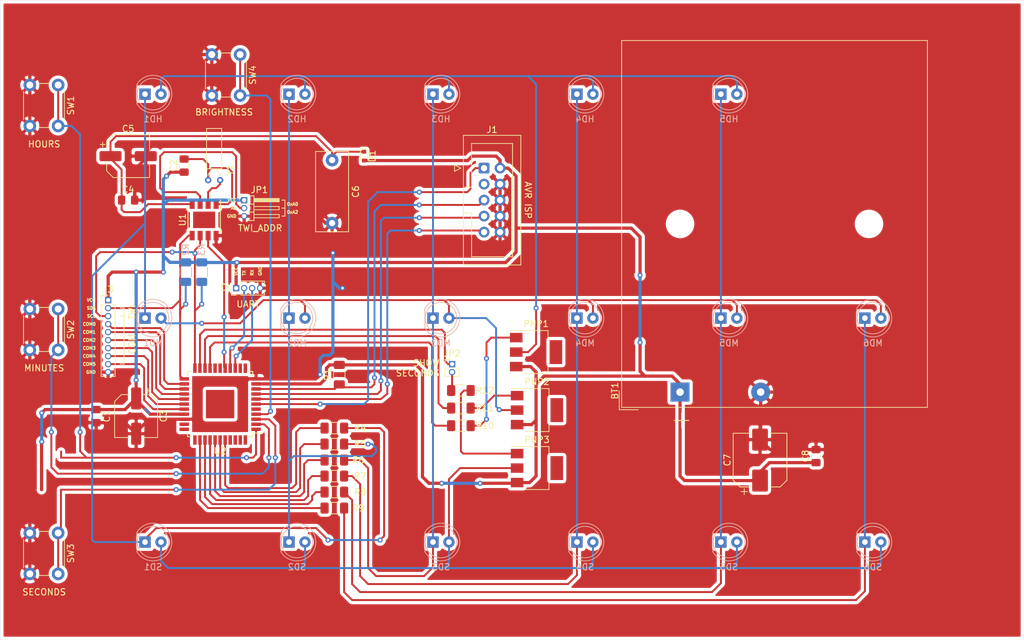
<source format=kicad_pcb>
(kicad_pcb (version 20171130) (host pcbnew 5.1.8)
  (layers (0 F.Cu signal) (31 B.Cu signal) (34 B.Paste user) (35 F.Paste user) (36 B.SilkS user) (37 F.SilkS user) (38 B.Mask user) (39 F.Mask user) (44 Edge.Cuts user))
  (net 0 "")
  (net 1 VCC)
  (net 2 GND)
  (net 3 "Net-(HD0-Pad1)")
  (net 4 "Net-(HD1-Pad1)")
  (net 5 "Net-(HD2-Pad1)")
  (net 6 "Net-(HD3-Pad1)")
  (net 7 "Net-(HD4-Pad1)")
  (net 8 /MOSI)
  (net 9 "Net-(J1-Pad3)")
  (net 10 /RST)
  (net 11 /SCK)
  (net 12 /MISO)
  (net 13 /HOUR_LED)
  (net 14 /MINUTE_LED)
  (net 15 /SECOND_LED)
  (net 16 /SDA)
  (net 17 /SCL)
  (net 18 /INC_HOUR)
  (net 19 /LED0)
  (net 20 /LED1)
  (net 21 /LED2)
  (net 22 /LED3)
  (net 23 /LED4)
  (net 24 /LED5)
  (net 25 /INC_MINUTE)
  (net 26 /INC_SECOND)
  (net 27 /RTC_INT)
  (net 28 "Net-(PNP1-Pad1)")
  (net 29 "Net-(PNP2-Pad1)")
  (net 30 "Net-(PNP3-Pad2)")
  (net 31 "Net-(PNP3-Pad1)")
  (net 32 /INC_BTNESS)
  (net 33 /RX)
  (net 34 /TX)
  (net 35 /COM5)
  (net 36 /COM4)
  (net 37 /COM3)
  (net 38 /COM2)
  (net 39 /COM1)
  (net 40 /COM0)
  (net 41 "Net-(C2-Pad2)")
  (net 42 "Net-(C4-Pad1)")
  (net 43 "Net-(HD1-Pad2)")
  (net 44 "Net-(HD5-Pad1)")
  (net 45 "Net-(JP1-Pad2)")
  (net 46 "Net-(MD1-Pad2)")
  (net 47 "Net-(MD6-Pad1)")
  (net 48 "Net-(U1-Pad2)")
  (net 49 "Net-(U2-Pad5)")
  (net 50 "Net-(U2-Pad12)")
  (net 51 "Net-(U2-Pad13)")
  (net 52 "Net-(U2-Pad17)")
  (net 53 "Net-(U2-Pad18)")
  (net 54 "Net-(U2-Pad32)")
  (net 55 "Net-(U2-Pad33)")
  (net 56 "Net-(U2-Pad34)")
  (net 57 "Net-(JP2-Pad2)")
  (module Connector_PinHeader_1.27mm:PinHeader_1x02_P1.27mm_Vertical (layer F.Cu) (at 137.795 113.665)
    (fp_text reference JP2 (at 0 -1.695) (layer F.SilkS))
    (fp_text value S_EN)
    (pad 2 thru_hole oval (at 0 1.27) (size 1 1) (drill 0.65) (layers *.Cu *.Mask) (net 57 "Net-(JP2-Pad2)"))
    (pad 1 thru_hole rect (at 0 0) (size 1 1) (drill 0.65) (layers *.Cu *.Mask) (net 15 /SECOND_LED))
  )
  (module Connector_PinHeader_1.27mm:PinHeader_1x03_P1.27mm_Horizontal (layer F.Cu) (at 104.775 87.63)
    (fp_text reference JP1 (at 2.4325 -1.635) (layer F.SilkS))
    (fp_text value TWI_ADDR)
    (pad 3 thru_hole oval (at 0 2.54) (size 1 1) (drill 0.65) (layers *.Cu *.Mask) (net 2 GND))
    (pad 2 thru_hole oval (at 0 1.27) (size 1 1) (drill 0.65) (layers *.Cu *.Mask) (net 45 "Net-(JP1-Pad2)"))
    (pad 1 thru_hole rect (at 0 0) (size 1 1) (drill 0.65) (layers *.Cu *.Mask) (net 1 VCC))
  )
  (module Connector_PinHeader_1.27mm:PinHeader_1x10_P1.27mm_Vertical (layer F.Cu) (at 83.185 103.505)
    (fp_text reference J3 (at 0 -1.695) (layer F.SilkS))
    (fp_text value COM/TWI)
    (pad 10 thru_hole oval (at 0 11.43) (size 1 1) (drill 0.65) (layers *.Cu *.Mask) (net 2 GND))
    (pad 9 thru_hole oval (at 0 10.16) (size 1 1) (drill 0.65) (layers *.Cu *.Mask) (net 35 /COM5))
    (pad 8 thru_hole oval (at 0 8.89) (size 1 1) (drill 0.65) (layers *.Cu *.Mask) (net 36 /COM4))
    (pad 7 thru_hole oval (at 0 7.62) (size 1 1) (drill 0.65) (layers *.Cu *.Mask) (net 37 /COM3))
    (pad 6 thru_hole oval (at 0 6.35) (size 1 1) (drill 0.65) (layers *.Cu *.Mask) (net 38 /COM2))
    (pad 5 thru_hole oval (at 0 5.08) (size 1 1) (drill 0.65) (layers *.Cu *.Mask) (net 39 /COM1))
    (pad 4 thru_hole oval (at 0 3.81) (size 1 1) (drill 0.65) (layers *.Cu *.Mask) (net 40 /COM0))
    (pad 3 thru_hole oval (at 0 2.54) (size 1 1) (drill 0.65) (layers *.Cu *.Mask) (net 17 /SCL))
    (pad 2 thru_hole oval (at 0 1.27) (size 1 1) (drill 0.65) (layers *.Cu *.Mask) (net 16 /SDA))
    (pad 1 thru_hole rect (at 0 0) (size 1 1) (drill 0.65) (layers *.Cu *.Mask) (net 1 VCC))
  )
  (module Connector_PinHeader_1.27mm:PinHeader_1x04_P1.27mm_Vertical (layer F.Cu) (at 103.505 101.6 90)
    (fp_text reference J2 (at 0 -1.695 90) (layer F.SilkS))
    (fp_text value UART)
    (pad 4 thru_hole oval (at 0 3.81 90) (size 1 1) (drill 0.65) (layers *.Cu *.Mask) (net 2 GND))
    (pad 3 thru_hole oval (at 0 2.54 90) (size 1 1) (drill 0.65) (layers *.Cu *.Mask) (net 33 /RX))
    (pad 2 thru_hole oval (at 0 1.27 90) (size 1 1) (drill 0.65) (layers *.Cu *.Mask) (net 34 /TX))
    (pad 1 thru_hole rect (at 0 0 90) (size 1 1) (drill 0.65) (layers *.Cu *.Mask) (net 1 VCC))
  )
  (module Button_Switch_THT:SW_PUSH_6mm (layer F.Cu) (at 104.14 64.516 270)
    (fp_text reference SW4 (at 3.25 -2 90) (layer F.SilkS))
    (fp_text value INC_BTNESS)
    (pad 1 thru_hole circle (at 6.5 0) (size 2 2) (drill 1.1) (layers *.Cu *.Mask) (net 32 /INC_BTNESS))
    (pad 2 thru_hole circle (at 6.5 4.5) (size 2 2) (drill 1.1) (layers *.Cu *.Mask) (net 2 GND))
    (pad 1 thru_hole circle (at 0 0) (size 2 2) (drill 1.1) (layers *.Cu *.Mask) (net 32 /INC_BTNESS))
    (pad 2 thru_hole circle (at 0 4.5) (size 2 2) (drill 1.1) (layers *.Cu *.Mask) (net 2 GND))
  )
  (module LED_THT:LED_D5.0mm (layer B.Cu) (at 89.04 106.36)
    (fp_text reference MD1 (at 1.27 3.96) (layer B.SilkS) (effects (justify mirror)))
    (fp_text value LED)
    (pad 1 thru_hole rect (at 0 0) (size 1.8 1.8) (drill 0.9) (layers *.Cu *.Mask) (net 4 "Net-(HD1-Pad1)"))
    (pad 2 thru_hole circle (at 2.54 0) (size 1.8 1.8) (drill 0.9) (layers *.Cu *.Mask) (net 46 "Net-(MD1-Pad2)"))
  )
  (module LED_THT:LED_D5.0mm (layer B.Cu) (at 134.76 106.36)
    (fp_text reference MD3 (at 1.27 3.96) (layer B.SilkS) (effects (justify mirror)))
    (fp_text value LED)
    (pad 1 thru_hole rect (at 0 0) (size 1.8 1.8) (drill 0.9) (layers *.Cu *.Mask) (net 6 "Net-(HD3-Pad1)"))
    (pad 2 thru_hole circle (at 2.54 0) (size 1.8 1.8) (drill 0.9) (layers *.Cu *.Mask) (net 46 "Net-(MD1-Pad2)"))
  )
  (module LED_THT:LED_D5.0mm (layer B.Cu) (at 157.62 70.8)
    (fp_text reference HD4 (at 1.27 3.96) (layer B.SilkS) (effects (justify mirror)))
    (fp_text value LED)
    (pad 1 thru_hole rect (at 0 0) (size 1.8 1.8) (drill 0.9) (layers *.Cu *.Mask) (net 7 "Net-(HD4-Pad1)"))
    (pad 2 thru_hole circle (at 2.54 0) (size 1.8 1.8) (drill 0.9) (layers *.Cu *.Mask) (net 43 "Net-(HD1-Pad2)"))
  )
  (module Connector_IDC:IDC-Header_2x05_P2.54mm_Vertical (layer F.Cu) (at 142.875 82.55)
    (fp_text reference J1 (at 1.27 -6.1) (layer F.SilkS))
    (fp_text value AVR-ISP-10)
    (pad 10 thru_hole circle (at 2.54 10.16) (size 1.7 1.7) (drill 1) (layers *.Cu *.Mask) (net 2 GND))
    (pad 8 thru_hole circle (at 2.54 7.62) (size 1.7 1.7) (drill 1) (layers *.Cu *.Mask) (net 2 GND))
    (pad 6 thru_hole circle (at 2.54 5.08) (size 1.7 1.7) (drill 1) (layers *.Cu *.Mask) (net 2 GND))
    (pad 4 thru_hole circle (at 2.54 2.54) (size 1.7 1.7) (drill 1) (layers *.Cu *.Mask) (net 2 GND))
    (pad 2 thru_hole circle (at 2.54 0) (size 1.7 1.7) (drill 1) (layers *.Cu *.Mask) (net 1 VCC))
    (pad 9 thru_hole circle (at 0 10.16) (size 1.7 1.7) (drill 1) (layers *.Cu *.Mask) (net 12 /MISO))
    (pad 7 thru_hole circle (at 0 7.62) (size 1.7 1.7) (drill 1) (layers *.Cu *.Mask) (net 11 /SCK))
    (pad 5 thru_hole circle (at 0 5.08) (size 1.7 1.7) (drill 1) (layers *.Cu *.Mask) (net 10 /RST))
    (pad 3 thru_hole circle (at 0 2.54) (size 1.7 1.7) (drill 1) (layers *.Cu *.Mask) (net 9 "Net-(J1-Pad3)"))
    (pad 1 thru_hole roundrect (at 0 0) (size 1.7 1.7) (drill 1) (layers *.Cu *.Mask) (roundrect_rratio 0.147059) (net 8 /MOSI))
  )
  (module LED_THT:LED_D5.0mm (layer B.Cu) (at 180.48 106.36)
    (fp_text reference MD5 (at 1.27 3.96) (layer B.SilkS) (effects (justify mirror)))
    (fp_text value LED)
    (pad 1 thru_hole rect (at 0 0) (size 1.8 1.8) (drill 0.9) (layers *.Cu *.Mask) (net 44 "Net-(HD5-Pad1)"))
    (pad 2 thru_hole circle (at 2.54 0) (size 1.8 1.8) (drill 0.9) (layers *.Cu *.Mask) (net 46 "Net-(MD1-Pad2)"))
  )
  (module Package_TO_SOT_SMD:SOT-223 (layer F.Cu) (at 151.27 130.175)
    (fp_text reference PNP3 (at 0 -4.5) (layer F.SilkS))
    (fp_text value Q_PNP_BCE hide)
    (pad 4 smd rect (at 3.15 0) (size 2 3.8) (layers F.Cu F.Paste F.Mask))
    (pad 2 smd rect (at -3.15 0) (size 2 1.5) (layers F.Cu F.Paste F.Mask) (net 30 "Net-(PNP3-Pad2)"))
    (pad 3 smd rect (at -3.15 2.3) (size 2 1.5) (layers F.Cu F.Paste F.Mask) (net 1 VCC))
    (pad 1 smd rect (at -3.15 -2.3) (size 2 1.5) (layers F.Cu F.Paste F.Mask) (net 31 "Net-(PNP3-Pad1)"))
  )
  (module Resistor_SMD:R_1206_3216Metric_Pad1.30x1.75mm_HandSolder (layer F.Cu) (at 119.888 115.342 90)
    (fp_text reference R1 (at 0 -1.82 90) (layer F.SilkS))
    (fp_text value 10k hide)
    (pad 1 smd roundrect (at -1.55 0 90) (size 1.3 1.75) (layers F.Cu F.Paste F.Mask) (roundrect_rratio 0.192308) (net 10 /RST))
    (pad 2 smd roundrect (at 1.55 0 90) (size 1.3 1.75) (layers F.Cu F.Paste F.Mask) (roundrect_rratio 0.192308) (net 1 VCC))
  )
  (module Resistor_SMD:R_1206_3216Metric_Pad1.30x1.75mm_HandSolder (layer B.Cu) (at 95.504 99.06 90)
    (fp_text reference R2 (at 3.556 0 90) (layer B.SilkS) (effects (justify mirror)))
    (fp_text value 4k7 hide)
    (pad 1 smd roundrect (at -1.55 0 90) (size 1.3 1.75) (layers B.Cu B.Paste B.Mask) (roundrect_rratio 0.192308) (net 16 /SDA))
    (pad 2 smd roundrect (at 1.55 0 90) (size 1.3 1.75) (layers B.Cu B.Paste B.Mask) (roundrect_rratio 0.192308) (net 1 VCC))
  )
  (module Crystal:Crystal_DS26_D2.0mm_L6.0mm_Horizontal (layer F.Cu) (at 100.965 84.455 180)
    (fp_text reference Y1 (at -1.57 1.625 90) (layer F.SilkS))
    (fp_text value 32768hZ)
    (pad 1 thru_hole circle (at 0 0 180) (size 1 1) (drill 0.5) (layers *.Cu *.Mask) (net 48 "Net-(U1-Pad2)"))
    (pad 2 thru_hole circle (at 1.9 0 180) (size 1 1) (drill 0.5) (layers *.Cu *.Mask) (net 41 "Net-(C2-Pad2)"))
  )
  (module LED_THT:LED_D5.0mm (layer B.Cu) (at 157.62 141.92)
    (fp_text reference SD4 (at 1.27 3.96) (layer B.SilkS) (effects (justify mirror)))
    (fp_text value LED)
    (pad 1 thru_hole rect (at 0 0) (size 1.8 1.8) (drill 0.9) (layers *.Cu *.Mask) (net 7 "Net-(HD4-Pad1)"))
    (pad 2 thru_hole circle (at 2.54 0) (size 1.8 1.8) (drill 0.9) (layers *.Cu *.Mask) (net 30 "Net-(PNP3-Pad2)"))
  )
  (module Capacitor_SMD:CP_Elec_6.3x5.3 (layer F.Cu) (at 87.63 121.92 270)
    (fp_text reference C3 (at 0 -4.35 90) (layer F.SilkS))
    (fp_text value 22u hide)
    (pad 2 smd roundrect (at 2.8 0 270) (size 3.5 1.6) (layers F.Cu F.Paste F.Mask) (roundrect_rratio 0.15625) (net 2 GND))
    (pad 1 smd roundrect (at -2.8 0 270) (size 3.5 1.6) (layers F.Cu F.Paste F.Mask) (roundrect_rratio 0.15625) (net 1 VCC))
  )
  (module Battery:BatteryHolder_TruPower_BH-331P_3xAA (layer F.Cu) (at 173.99 118.11 90)
    (fp_text reference BT1 (at 0.2 -10.35 90) (layer F.SilkS))
    (fp_text value 3x1.5V)
    (fp_text user + (at -4.5 0 90) (layer F.SilkS) (effects (font (size 3 3))))
    (pad 1 thru_hole rect (at 0 0 90) (size 3 3) (drill 1.2) (layers *.Cu *.Mask) (net 1 VCC))
    (pad 2 thru_hole circle (at 0 12.8 90) (size 3 3) (drill 1.2) (layers *.Cu *.Mask) (net 2 GND))
    (pad "" np_thru_hole circle (at 26.7 0 90) (size 3.5 3.5) (drill 3.5) (layers *.Cu *.Mask))
    (pad "" np_thru_hole circle (at 26.7 30 90) (size 3.5 3.5) (drill 3.5) (layers *.Cu *.Mask))
  )
  (module LED_THT:LED_D5.0mm (layer B.Cu) (at 134.76 70.8)
    (fp_text reference HD3 (at 1.27 3.96) (layer B.SilkS) (effects (justify mirror)))
    (fp_text value LED)
    (pad 2 thru_hole circle (at 2.54 0) (size 1.8 1.8) (drill 0.9) (layers *.Cu *.Mask) (net 43 "Net-(HD1-Pad2)"))
    (pad 1 thru_hole rect (at 0 0) (size 1.8 1.8) (drill 0.9) (layers *.Cu *.Mask) (net 6 "Net-(HD3-Pad1)"))
  )
  (module LED_THT:LED_D5.0mm (layer B.Cu) (at 134.76 141.92)
    (fp_text reference SD3 (at 1.27 3.96) (layer B.SilkS) (effects (justify mirror)))
    (fp_text value LED)
    (pad 2 thru_hole circle (at 2.54 0) (size 1.8 1.8) (drill 0.9) (layers *.Cu *.Mask) (net 30 "Net-(PNP3-Pad2)"))
    (pad 1 thru_hole rect (at 0 0) (size 1.8 1.8) (drill 0.9) (layers *.Cu *.Mask) (net 6 "Net-(HD3-Pad1)"))
  )
  (module LED_THT:LED_D5.0mm (layer B.Cu) (at 180.48 70.8)
    (fp_text reference HD5 (at 1.27 3.96) (layer B.SilkS) (effects (justify mirror)))
    (fp_text value LED)
    (pad 2 thru_hole circle (at 2.54 0) (size 1.8 1.8) (drill 0.9) (layers *.Cu *.Mask) (net 43 "Net-(HD1-Pad2)"))
    (pad 1 thru_hole rect (at 0 0) (size 1.8 1.8) (drill 0.9) (layers *.Cu *.Mask) (net 44 "Net-(HD5-Pad1)"))
  )
  (module LED_THT:LED_D5.0mm (layer B.Cu) (at 111.9 70.8)
    (fp_text reference HD2 (at 1.27 3.96) (layer B.SilkS) (effects (justify mirror)))
    (fp_text value LED)
    (pad 1 thru_hole rect (at 0 0) (size 1.8 1.8) (drill 0.9) (layers *.Cu *.Mask) (net 5 "Net-(HD2-Pad1)"))
    (pad 2 thru_hole circle (at 2.54 0) (size 1.8 1.8) (drill 0.9) (layers *.Cu *.Mask) (net 43 "Net-(HD1-Pad2)"))
  )
  (module Resistor_SMD:R_1206_3216Metric_Pad1.30x1.75mm_HandSolder (layer F.Cu) (at 119.1 136.525 180)
    (fp_text reference R9 (at -3.81 0) (layer F.SilkS))
    (fp_text value 56R hide)
    (pad 2 smd roundrect (at 1.55 0 180) (size 1.3 1.75) (layers F.Cu F.Paste F.Mask) (roundrect_rratio 0.192308) (net 24 /LED5))
    (pad 1 smd roundrect (at -1.55 0 180) (size 1.3 1.75) (layers F.Cu F.Paste F.Mask) (roundrect_rratio 0.192308) (net 47 "Net-(MD6-Pad1)"))
  )
  (module Diode_SMD:D_SOD-523 (layer F.Cu) (at 123.825 80.645 270)
    (fp_text reference D1 (at 0 -1.3 90) (layer F.SilkS))
    (fp_text value D_Schottky)
    (pad 1 smd rect (at -0.7 0 90) (size 0.6 0.7) (layers F.Cu F.Paste F.Mask) (net 42 "Net-(C4-Pad1)"))
    (pad 2 smd rect (at 0.7 0 90) (size 0.6 0.7) (layers F.Cu F.Paste F.Mask) (net 1 VCC))
  )
  (module Package_TO_SOT_SMD:SOT-223 (layer F.Cu) (at 151.13 111.76)
    (fp_text reference PNP1 (at 0 -4.5) (layer F.SilkS))
    (fp_text value Q_PNP_BCE hide)
    (pad 4 smd rect (at 3.15 0) (size 2 3.8) (layers F.Cu F.Paste F.Mask))
    (pad 2 smd rect (at -3.15 0) (size 2 1.5) (layers F.Cu F.Paste F.Mask) (net 43 "Net-(HD1-Pad2)"))
    (pad 3 smd rect (at -3.15 2.3) (size 2 1.5) (layers F.Cu F.Paste F.Mask) (net 1 VCC))
    (pad 1 smd rect (at -3.15 -2.3) (size 2 1.5) (layers F.Cu F.Paste F.Mask) (net 28 "Net-(PNP1-Pad1)"))
  )
  (module Resistor_SMD:R_1206_3216Metric_Pad1.30x1.75mm_HandSolder (layer B.Cu) (at 98.044 99.06 90)
    (fp_text reference R3 (at 3.556 0 90) (layer B.SilkS) (effects (justify mirror)))
    (fp_text value 4k7 hide)
    (pad 2 smd roundrect (at 1.55 0 90) (size 1.3 1.75) (layers B.Cu B.Paste B.Mask) (roundrect_rratio 0.192308) (net 1 VCC))
    (pad 1 smd roundrect (at -1.55 0 90) (size 1.3 1.75) (layers B.Cu B.Paste B.Mask) (roundrect_rratio 0.192308) (net 17 /SCL))
  )
  (module Package_SO:Diodes_SO-8EP (layer F.Cu) (at 98.425 90.7625 270)
    (fp_text reference U1 (at 0 3.429 90) (layer F.SilkS))
    (fp_text value PCF8583P)
    (pad 1 smd rect (at -2.4975 -1.905 270) (size 1.505 0.802) (layers F.Cu F.Paste F.Mask) (net 41 "Net-(C2-Pad2)"))
    (pad 2 smd rect (at -2.4975 -0.635 270) (size 1.505 0.802) (layers F.Cu F.Paste F.Mask) (net 48 "Net-(U1-Pad2)"))
    (pad 3 smd rect (at -2.4975 0.635 270) (size 1.505 0.802) (layers F.Cu F.Paste F.Mask) (net 45 "Net-(JP1-Pad2)"))
    (pad 4 smd rect (at -2.4975 1.905 270) (size 1.505 0.802) (layers F.Cu F.Paste F.Mask) (net 42 "Net-(C4-Pad1)"))
    (pad 5 smd rect (at 2.4975 1.905 270) (size 1.505 0.802) (layers F.Cu F.Paste F.Mask) (net 16 /SDA))
    (pad 6 smd rect (at 2.4975 0.635 270) (size 1.505 0.802) (layers F.Cu F.Paste F.Mask) (net 17 /SCL))
    (pad 7 smd rect (at 2.4975 -0.635 270) (size 1.505 0.802) (layers F.Cu F.Paste F.Mask) (net 27 /RTC_INT))
    (pad 8 smd rect (at 2.4975 -1.905 270) (size 1.505 0.802) (layers F.Cu F.Paste F.Mask) (net 2 GND))
    (pad 9 smd rect (at 0 0 270) (size 2.613 3.502) (layers F.Cu F.Paste F.Mask))
  )
  (module LED_THT:LED_D5.0mm (layer B.Cu) (at 157.62 106.36)
    (fp_text reference MD4 (at 1.27 3.96) (layer B.SilkS) (effects (justify mirror)))
    (fp_text value LED)
    (pad 2 thru_hole circle (at 2.54 0) (size 1.8 1.8) (drill 0.9) (layers *.Cu *.Mask) (net 46 "Net-(MD1-Pad2)"))
    (pad 1 thru_hole rect (at 0 0) (size 1.8 1.8) (drill 0.9) (layers *.Cu *.Mask) (net 7 "Net-(HD4-Pad1)"))
  )
  (module Capacitor_SMD:CP_Elec_8x10 (layer F.Cu) (at 186.69 128.905 90)
    (fp_text reference C7 (at 0 -5.2 90) (layer F.SilkS))
    (fp_text value 470u hide)
    (pad 2 smd roundrect (at 3.25 0 90) (size 3.5 2.5) (layers F.Cu F.Paste F.Mask) (roundrect_rratio 0.1) (net 2 GND))
    (pad 1 smd roundrect (at -3.25 0 90) (size 3.5 2.5) (layers F.Cu F.Paste F.Mask) (roundrect_rratio 0.1) (net 1 VCC))
  )
  (module LED_THT:LED_D5.0mm (layer B.Cu) (at 180.48 141.92)
    (fp_text reference SD5 (at 1.27 3.96) (layer B.SilkS) (effects (justify mirror)))
    (fp_text value LED)
    (pad 2 thru_hole circle (at 2.54 0) (size 1.8 1.8) (drill 0.9) (layers *.Cu *.Mask) (net 30 "Net-(PNP3-Pad2)"))
    (pad 1 thru_hole rect (at 0 0) (size 1.8 1.8) (drill 0.9) (layers *.Cu *.Mask) (net 44 "Net-(HD5-Pad1)"))
  )
  (module Resistor_SMD:R_1206_3216Metric_Pad1.30x1.75mm_HandSolder (layer F.Cu) (at 119.1 128.905 180)
    (fp_text reference R6 (at -3.81 0) (layer F.SilkS))
    (fp_text value 56R hide)
    (pad 1 smd roundrect (at -1.55 0 180) (size 1.3 1.75) (layers F.Cu F.Paste F.Mask) (roundrect_rratio 0.192308) (net 6 "Net-(HD3-Pad1)"))
    (pad 2 smd roundrect (at 1.55 0 180) (size 1.3 1.75) (layers F.Cu F.Paste F.Mask) (roundrect_rratio 0.192308) (net 21 /LED2))
  )
  (module Resistor_SMD:R_1206_3216Metric_Pad1.30x1.75mm_HandSolder (layer F.Cu) (at 139.192 123.444 180)
    (fp_text reference R10 (at -3.81 0) (layer F.SilkS))
    (fp_text value 2k2 hide)
    (pad 2 smd roundrect (at 1.55 0 180) (size 1.3 1.75) (layers F.Cu F.Paste F.Mask) (roundrect_rratio 0.192308) (net 13 /HOUR_LED))
    (pad 1 smd roundrect (at -1.55 0 180) (size 1.3 1.75) (layers F.Cu F.Paste F.Mask) (roundrect_rratio 0.192308) (net 28 "Net-(PNP1-Pad1)"))
  )
  (module Package_QFP:TQFP-44-1EP_10x10mm_P0.8mm_EP4.5x4.5mm (layer F.Cu) (at 100.965 120.015 180)
    (fp_text reference U2 (at 0 -7.45) (layer F.SilkS))
    (fp_text value ATmega32A-PU)
    (pad 1 smd rect (at -5.7 -4 180) (size 1.5 0.55) (layers F.Cu F.Paste F.Mask) (net 18 /INC_HOUR))
    (pad 2 smd rect (at -5.7 -3.2 180) (size 1.5 0.55) (layers F.Cu F.Paste F.Mask) (net 25 /INC_MINUTE))
    (pad 3 smd rect (at -5.7 -2.4 180) (size 1.5 0.55) (layers F.Cu F.Paste F.Mask) (net 26 /INC_SECOND))
    (pad 4 smd rect (at -5.7 -1.6 180) (size 1.5 0.55) (layers F.Cu F.Paste F.Mask) (net 32 /INC_BTNESS))
    (pad 5 smd rect (at -5.7 -0.8 180) (size 1.5 0.55) (layers F.Cu F.Paste F.Mask) (net 49 "Net-(U2-Pad5)"))
    (pad 6 smd rect (at -5.7 0 180) (size 1.5 0.55) (layers F.Cu F.Paste F.Mask) (net 8 /MOSI))
    (pad 7 smd rect (at -5.7 0.8 180) (size 1.5 0.55) (layers F.Cu F.Paste F.Mask) (net 12 /MISO))
    (pad 8 smd rect (at -5.7 1.6 180) (size 1.5 0.55) (layers F.Cu F.Paste F.Mask) (net 11 /SCK))
    (pad 9 smd rect (at -5.7 2.4 180) (size 1.5 0.55) (layers F.Cu F.Paste F.Mask) (net 10 /RST))
    (pad 10 smd rect (at -5.7 3.2 180) (size 1.5 0.55) (layers F.Cu F.Paste F.Mask) (net 1 VCC))
    (pad 11 smd rect (at -5.7 4 180) (size 1.5 0.55) (layers F.Cu F.Paste F.Mask) (net 2 GND))
    (pad 12 smd rect (at -4 5.7 270) (size 1.5 0.55) (layers F.Cu F.Paste F.Mask) (net 50 "Net-(U2-Pad12)"))
    (pad 13 smd rect (at -3.2 5.7 270) (size 1.5 0.55) (layers F.Cu F.Paste F.Mask) (net 51 "Net-(U2-Pad13)"))
    (pad 14 smd rect (at -2.4 5.7 270) (size 1.5 0.55) (layers F.Cu F.Paste F.Mask) (net 33 /RX))
    (pad 15 smd rect (at -1.6 5.7 270) (size 1.5 0.55) (layers F.Cu F.Paste F.Mask) (net 34 /TX))
    (pad 16 smd rect (at -0.8 5.7 270) (size 1.5 0.55) (layers F.Cu F.Paste F.Mask) (net 27 /RTC_INT))
    (pad 17 smd rect (at 0 5.7 270) (size 1.5 0.55) (layers F.Cu F.Paste F.Mask) (net 52 "Net-(U2-Pad17)"))
    (pad 18 smd rect (at 0.8 5.7 270) (size 1.5 0.55) (layers F.Cu F.Paste F.Mask) (net 53 "Net-(U2-Pad18)"))
    (pad 19 smd rect (at 1.6 5.7 270) (size 1.5 0.55) (layers F.Cu F.Paste F.Mask) (net 13 /HOUR_LED))
    (pad 20 smd rect (at 2.4 5.7 270) (size 1.5 0.55) (layers F.Cu F.Paste F.Mask) (net 14 /MINUTE_LED))
    (pad 21 smd rect (at 3.2 5.7 270) (size 1.5 0.55) (layers F.Cu F.Paste F.Mask) (net 15 /SECOND_LED))
    (pad 22 smd rect (at 4 5.7 270) (size 1.5 0.55) (layers F.Cu F.Paste F.Mask) (net 17 /SCL))
    (pad 23 smd rect (at 5.7 4 180) (size 1.5 0.55) (layers F.Cu F.Paste F.Mask) (net 16 /SDA))
    (pad 24 smd rect (at 5.7 3.2 180) (size 1.5 0.55) (layers F.Cu F.Paste F.Mask) (net 40 /COM0))
    (pad 25 smd rect (at 5.7 2.4 180) (size 1.5 0.55) (layers F.Cu F.Paste F.Mask) (net 39 /COM1))
    (pad 26 smd rect (at 5.7 1.6 180) (size 1.5 0.55) (layers F.Cu F.Paste F.Mask) (net 38 /COM2))
    (pad 27 smd rect (at 5.7 0.8 180) (size 1.5 0.55) (layers F.Cu F.Paste F.Mask) (net 37 /COM3))
    (pad 28 smd rect (at 5.7 0 180) (size 1.5 0.55) (layers F.Cu F.Paste F.Mask) (net 36 /COM4))
    (pad 29 smd rect (at 5.7 -0.8 180) (size 1.5 0.55) (layers F.Cu F.Paste F.Mask) (net 35 /COM5))
    (pad 30 smd rect (at 5.7 -1.6 180) (size 1.5 0.55) (layers F.Cu F.Paste F.Mask) (net 1 VCC))
    (pad 31 smd rect (at 5.7 -2.4 180) (size 1.5 0.55) (layers F.Cu F.Paste F.Mask) (net 2 GND))
    (pad 32 smd rect (at 5.7 -3.2 180) (size 1.5 0.55) (layers F.Cu F.Paste F.Mask) (net 54 "Net-(U2-Pad32)"))
    (pad 33 smd rect (at 5.7 -4 180) (size 1.5 0.55) (layers F.Cu F.Paste F.Mask) (net 55 "Net-(U2-Pad33)"))
    (pad 34 smd rect (at 4 -5.7 270) (size 1.5 0.55) (layers F.Cu F.Paste F.Mask) (net 56 "Net-(U2-Pad34)"))
    (pad 35 smd rect (at 3.2 -5.7 270) (size 1.5 0.55) (layers F.Cu F.Paste F.Mask) (net 24 /LED5))
    (pad 36 smd rect (at 2.4 -5.7 270) (size 1.5 0.55) (layers F.Cu F.Paste F.Mask) (net 23 /LED4))
    (pad 37 smd rect (at 1.6 -5.7 270) (size 1.5 0.55) (layers F.Cu F.Paste F.Mask) (net 22 /LED3))
    (pad 38 smd rect (at 0.8 -5.7 270) (size 1.5 0.55) (layers F.Cu F.Paste F.Mask) (net 21 /LED2))
    (pad 39 smd rect (at 0 -5.7 270) (size 1.5 0.55) (layers F.Cu F.Paste F.Mask) (net 20 /LED1))
    (pad 40 smd rect (at -0.8 -5.7 270) (size 1.5 0.55) (layers F.Cu F.Paste F.Mask) (net 19 /LED0))
    (pad 41 smd rect (at -1.6 -5.7 270) (size 1.5 0.55) (layers F.Cu F.Paste F.Mask))
    (pad 42 smd rect (at -2.4 -5.7 270) (size 1.5 0.55) (layers F.Cu F.Paste F.Mask))
    (pad 43 smd rect (at -3.2 -5.7 270) (size 1.5 0.55) (layers F.Cu F.Paste F.Mask))
    (pad 44 smd rect (at -4 -5.7 270) (size 1.5 0.55) (layers F.Cu F.Paste F.Mask))
    (pad 45 smd rect (at 0 0 180) (size 4.5 4.5) (layers F.Cu F.Mask))
  )
  (module Resistor_SMD:R_1206_3216Metric_Pad1.30x1.75mm_HandSolder (layer F.Cu) (at 139.192 117.856 180)
    (fp_text reference R12 (at -3.81 0) (layer F.SilkS))
    (fp_text value 2k2 hide)
    (pad 1 smd roundrect (at -1.55 0 180) (size 1.3 1.75) (layers F.Cu F.Paste F.Mask) (roundrect_rratio 0.192308) (net 31 "Net-(PNP3-Pad1)"))
    (pad 2 smd roundrect (at 1.55 0 180) (size 1.3 1.75) (layers F.Cu F.Paste F.Mask) (roundrect_rratio 0.192308) (net 57 "Net-(JP2-Pad2)"))
  )
  (module Resistor_SMD:R_1206_3216Metric_Pad1.30x1.75mm_HandSolder (layer F.Cu) (at 139.192 120.65 180)
    (fp_text reference R11 (at -3.81 0) (layer F.SilkS))
    (fp_text value 2k2 hide)
    (pad 2 smd roundrect (at 1.55 0 180) (size 1.3 1.75) (layers F.Cu F.Paste F.Mask) (roundrect_rratio 0.192308) (net 14 /MINUTE_LED))
    (pad 1 smd roundrect (at -1.55 0 180) (size 1.3 1.75) (layers F.Cu F.Paste F.Mask) (roundrect_rratio 0.192308) (net 29 "Net-(PNP2-Pad1)"))
  )
  (module Capacitor_SMD:C_0805_2012Metric_Pad1.18x1.45mm_HandSolder (layer F.Cu) (at 195.58 128.27 90)
    (fp_text reference C8 (at 0 -1.68 90) (layer F.SilkS))
    (fp_text value 100n hide)
    (pad 1 smd roundrect (at -1.0375 0 90) (size 1.175 1.45) (layers F.Cu F.Paste F.Mask) (roundrect_rratio 0.212766) (net 1 VCC))
    (pad 2 smd roundrect (at 1.0375 0 90) (size 1.175 1.45) (layers F.Cu F.Paste F.Mask) (roundrect_rratio 0.212766) (net 2 GND))
  )
  (module LED_THT:LED_D5.0mm (layer B.Cu) (at 89.04 70.8)
    (fp_text reference HD1 (at 1.27 3.96) (layer B.SilkS) (effects (justify mirror)))
    (fp_text value LED)
    (pad 2 thru_hole circle (at 2.54 0) (size 1.8 1.8) (drill 0.9) (layers *.Cu *.Mask) (net 43 "Net-(HD1-Pad2)"))
    (pad 1 thru_hole rect (at 0 0) (size 1.8 1.8) (drill 0.9) (layers *.Cu *.Mask) (net 4 "Net-(HD1-Pad1)"))
  )
  (module Capacitor_THT:C_Disc_D12.5mm_W5.0mm_P10.00mm (layer F.Cu) (at 118.745 81.28 270)
    (fp_text reference C6 (at 5 -3.75 90) (layer F.SilkS))
    (fp_text value 0.1-1F)
    (pad 2 thru_hole circle (at 10 0 270) (size 2 2) (drill 1) (layers *.Cu *.Mask) (net 2 GND))
    (pad 1 thru_hole circle (at 0 0 270) (size 2 2) (drill 1) (layers *.Cu *.Mask) (net 42 "Net-(C4-Pad1)"))
  )
  (module Package_TO_SOT_SMD:SOT-223 (layer F.Cu) (at 151.27 120.97)
    (fp_text reference PNP2 (at 0 -4.5) (layer F.SilkS))
    (fp_text value Q_PNP_BCE hide)
    (pad 1 smd rect (at -3.15 -2.3) (size 2 1.5) (layers F.Cu F.Paste F.Mask) (net 29 "Net-(PNP2-Pad1)"))
    (pad 3 smd rect (at -3.15 2.3) (size 2 1.5) (layers F.Cu F.Paste F.Mask) (net 1 VCC))
    (pad 2 smd rect (at -3.15 0) (size 2 1.5) (layers F.Cu F.Paste F.Mask) (net 46 "Net-(MD1-Pad2)"))
    (pad 4 smd rect (at 3.15 0) (size 2 3.8) (layers F.Cu F.Paste F.Mask))
  )
  (module LED_THT:LED_D5.0mm (layer B.Cu) (at 111.9 141.92)
    (fp_text reference SD2 (at 1.27 3.96) (layer B.SilkS) (effects (justify mirror)))
    (fp_text value LED)
    (pad 1 thru_hole rect (at 0 0) (size 1.8 1.8) (drill 0.9) (layers *.Cu *.Mask) (net 5 "Net-(HD2-Pad1)"))
    (pad 2 thru_hole circle (at 2.54 0) (size 1.8 1.8) (drill 0.9) (layers *.Cu *.Mask) (net 30 "Net-(PNP3-Pad2)"))
  )
  (module LED_THT:LED_D5.0mm (layer B.Cu) (at 89.04 141.92)
    (fp_text reference SD1 (at 1.27 3.96) (layer B.SilkS) (effects (justify mirror)))
    (fp_text value LED)
    (pad 2 thru_hole circle (at 2.54 0) (size 1.8 1.8) (drill 0.9) (layers *.Cu *.Mask) (net 30 "Net-(PNP3-Pad2)"))
    (pad 1 thru_hole rect (at 0 0) (size 1.8 1.8) (drill 0.9) (layers *.Cu *.Mask) (net 4 "Net-(HD1-Pad1)"))
  )
  (module LED_THT:LED_D5.0mm (layer B.Cu) (at 111.9 106.36)
    (fp_text reference MD2 (at 1.27 3.96) (layer B.SilkS) (effects (justify mirror)))
    (fp_text value LED)
    (pad 2 thru_hole circle (at 2.54 0) (size 1.8 1.8) (drill 0.9) (layers *.Cu *.Mask) (net 46 "Net-(MD1-Pad2)"))
    (pad 1 thru_hole rect (at 0 0) (size 1.8 1.8) (drill 0.9) (layers *.Cu *.Mask) (net 5 "Net-(HD2-Pad1)"))
  )
  (module Capacitor_SMD:C_0805_2012Metric_Pad1.18x1.45mm_HandSolder (layer F.Cu) (at 86.36 87.63)
    (fp_text reference C4 (at 0 -1.68) (layer F.SilkS))
    (fp_text value 22p hide)
    (pad 2 smd roundrect (at 1.0375 0) (size 1.175 1.45) (layers F.Cu F.Paste F.Mask) (roundrect_rratio 0.212766) (net 2 GND))
    (pad 1 smd roundrect (at -1.0375 0) (size 1.175 1.45) (layers F.Cu F.Paste F.Mask) (roundrect_rratio 0.212766) (net 42 "Net-(C4-Pad1)"))
  )
  (module Capacitor_SMD:CP_Elec_6.3x5.3 (layer F.Cu) (at 86.36 80.645)
    (fp_text reference C5 (at 0 -4.35) (layer F.SilkS))
    (fp_text value 47u hide)
    (pad 1 smd roundrect (at -2.8 0) (size 3.5 1.6) (layers F.Cu F.Paste F.Mask) (roundrect_rratio 0.15625) (net 42 "Net-(C4-Pad1)"))
    (pad 2 smd roundrect (at 2.8 0) (size 3.5 1.6) (layers F.Cu F.Paste F.Mask) (roundrect_rratio 0.15625) (net 2 GND))
  )
  (module Resistor_SMD:R_1206_3216Metric_Pad1.30x1.75mm_HandSolder (layer F.Cu) (at 119.1 133.985 180)
    (fp_text reference R8 (at -4.09 0) (layer F.SilkS))
    (fp_text value 56R hide)
    (pad 1 smd roundrect (at -1.55 0 180) (size 1.3 1.75) (layers F.Cu F.Paste F.Mask) (roundrect_rratio 0.192308) (net 44 "Net-(HD5-Pad1)"))
    (pad 2 smd roundrect (at 1.55 0 180) (size 1.3 1.75) (layers F.Cu F.Paste F.Mask) (roundrect_rratio 0.192308) (net 23 /LED4))
  )
  (module Capacitor_SMD:C_0805_2012Metric_Pad1.18x1.45mm_HandSolder (layer F.Cu) (at 81.28 121.92 270)
    (fp_text reference C1 (at 0 -1.68 90) (layer F.SilkS))
    (fp_text value 100n hide)
    (pad 1 smd roundrect (at -1.0375 0 270) (size 1.175 1.45) (layers F.Cu F.Paste F.Mask) (roundrect_rratio 0.212766) (net 1 VCC))
    (pad 2 smd roundrect (at 1.0375 0 270) (size 1.175 1.45) (layers F.Cu F.Paste F.Mask) (roundrect_rratio 0.212766) (net 2 GND))
  )
  (module LED_THT:LED_D5.0mm (layer B.Cu) (at 203.34 106.36)
    (fp_text reference MD6 (at 1.27 3.96) (layer B.SilkS) (effects (justify mirror)))
    (fp_text value LED)
    (pad 2 thru_hole circle (at 2.54 0) (size 1.8 1.8) (drill 0.9) (layers *.Cu *.Mask) (net 46 "Net-(MD1-Pad2)"))
    (pad 1 thru_hole rect (at 0 0) (size 1.8 1.8) (drill 0.9) (layers *.Cu *.Mask) (net 47 "Net-(MD6-Pad1)"))
  )
  (module Capacitor_SMD:C_0805_2012Metric_Pad1.18x1.45mm_HandSolder (layer F.Cu) (at 95.25 82.1475 90)
    (fp_text reference C2 (at 0 -1.68 90) (layer F.SilkS))
    (fp_text value 22p hide)
    (pad 2 smd roundrect (at 1.0375 0 90) (size 1.175 1.45) (layers F.Cu F.Paste F.Mask) (roundrect_rratio 0.212766) (net 41 "Net-(C2-Pad2)"))
    (pad 1 smd roundrect (at -1.0375 0 90) (size 1.175 1.45) (layers F.Cu F.Paste F.Mask) (roundrect_rratio 0.212766) (net 1 VCC))
  )
  (module Resistor_SMD:R_1206_3216Metric_Pad1.30x1.75mm_HandSolder (layer F.Cu) (at 119.1 126.365 180)
    (fp_text reference R5 (at -4.09 0) (layer F.SilkS))
    (fp_text value 56R hide)
    (pad 1 smd roundrect (at -1.55 0 180) (size 1.3 1.75) (layers F.Cu F.Paste F.Mask) (roundrect_rratio 0.192308) (net 5 "Net-(HD2-Pad1)"))
    (pad 2 smd roundrect (at 1.55 0 180) (size 1.3 1.75) (layers F.Cu F.Paste F.Mask) (roundrect_rratio 0.192308) (net 20 /LED1))
  )
  (module Resistor_SMD:R_1206_3216Metric_Pad1.30x1.75mm_HandSolder (layer F.Cu) (at 119.1 123.825 180)
    (fp_text reference R4 (at -4.09 0) (layer F.SilkS))
    (fp_text value 56R hide)
    (pad 1 smd roundrect (at -1.55 0 180) (size 1.3 1.75) (layers F.Cu F.Paste F.Mask) (roundrect_rratio 0.192308) (net 4 "Net-(HD1-Pad1)"))
    (pad 2 smd roundrect (at 1.55 0 180) (size 1.3 1.75) (layers F.Cu F.Paste F.Mask) (roundrect_rratio 0.192308) (net 19 /LED0))
  )
  (module Resistor_SMD:R_1206_3216Metric_Pad1.30x1.75mm_HandSolder (layer F.Cu) (at 119.1 131.445 180)
    (fp_text reference R7 (at -4.09 0) (layer F.SilkS))
    (fp_text value 56R hide)
    (pad 2 smd roundrect (at 1.55 0 180) (size 1.3 1.75) (layers F.Cu F.Paste F.Mask) (roundrect_rratio 0.192308) (net 22 /LED3))
    (pad 1 smd roundrect (at -1.55 0 180) (size 1.3 1.75) (layers F.Cu F.Paste F.Mask) (roundrect_rratio 0.192308) (net 7 "Net-(HD4-Pad1)"))
  )
  (module LED_THT:LED_D5.0mm (layer B.Cu) (at 203.34 141.92)
    (fp_text reference SD6 (at 1.27 3.96) (layer B.SilkS) (effects (justify mirror)))
    (fp_text value LED)
    (pad 2 thru_hole circle (at 2.54 0) (size 1.8 1.8) (drill 0.9) (layers *.Cu *.Mask) (net 30 "Net-(PNP3-Pad2)"))
    (pad 1 thru_hole rect (at 0 0) (size 1.8 1.8) (drill 0.9) (layers *.Cu *.Mask) (net 47 "Net-(MD6-Pad1)"))
  )
  (module Button_Switch_THT:SW_PUSH_6mm (layer F.Cu) (at 75.25 69.355 270)
    (fp_text reference SW1 (at 3.25 -2 90) (layer F.SilkS))
    (fp_text value INC_HOUR)
    (pad 1 thru_hole circle (at 6.5 0) (size 2 2) (drill 1.1) (layers *.Cu *.Mask) (net 18 /INC_HOUR))
    (pad 2 thru_hole circle (at 6.5 4.5) (size 2 2) (drill 1.1) (layers *.Cu *.Mask) (net 2 GND))
    (pad 1 thru_hole circle (at 0 0) (size 2 2) (drill 1.1) (layers *.Cu *.Mask) (net 18 /INC_HOUR))
    (pad 2 thru_hole circle (at 0 4.5) (size 2 2) (drill 1.1) (layers *.Cu *.Mask) (net 2 GND))
  )
  (module Button_Switch_THT:SW_PUSH_6mm (layer F.Cu) (at 75.25 104.915 270)
    (fp_text reference SW2 (at 3.25 -2 90) (layer F.SilkS))
    (fp_text value INC_MINUTE)
    (pad 2 thru_hole circle (at 0 4.5) (size 2 2) (drill 1.1) (layers *.Cu *.Mask) (net 2 GND))
    (pad 1 thru_hole circle (at 0 0) (size 2 2) (drill 1.1) (layers *.Cu *.Mask) (net 25 /INC_MINUTE))
    (pad 2 thru_hole circle (at 6.5 4.5) (size 2 2) (drill 1.1) (layers *.Cu *.Mask) (net 2 GND))
    (pad 1 thru_hole circle (at 6.5 0) (size 2 2) (drill 1.1) (layers *.Cu *.Mask) (net 25 /INC_MINUTE))
  )
  (module Button_Switch_THT:SW_PUSH_6mm (layer F.Cu) (at 75.25 140.475 270)
    (fp_text reference SW3 (at 3.25 -2 90) (layer F.SilkS))
    (fp_text value INC_SECOND)
    (pad 2 thru_hole circle (at 0 4.5) (size 2 2) (drill 1.1) (layers *.Cu *.Mask) (net 2 GND))
    (pad 1 thru_hole circle (at 0 0) (size 2 2) (drill 1.1) (layers *.Cu *.Mask) (net 26 /INC_SECOND))
    (pad 2 thru_hole circle (at 6.5 4.5) (size 2 2) (drill 1.1) (layers *.Cu *.Mask) (net 2 GND))
    (pad 1 thru_hole circle (at 6.5 0) (size 2 2) (drill 1.1) (layers *.Cu *.Mask) (net 26 /INC_SECOND))
  )
  (gr_text TWI_ADDR (at 107.315 92.075) (layer F.SilkS) (effects (font (size 1 1))))
  (gr_text 0xA0 (at 111.506 88.265) (layer F.SilkS) (effects (font (size 0.492 0.492) (thickness 0.123)) (justify left)))
  (gr_text 0xA2 (at 111.506 89.535) (layer F.SilkS) (effects (font (size 0.492 0.492) (thickness 0.123)) (justify left)))
  (gr_line (start 111.252 90.17) (end 110.744 90.17) (layer F.SilkS) (width 0.12))
  (gr_line (start 111.252 88.9) (end 111.252 90.17) (layer F.SilkS) (width 0.12))
  (gr_line (start 111.252 88.9) (end 110.744 88.9) (layer F.SilkS) (width 0.12))
  (gr_line (start 111.252 87.63) (end 111.252 88.9) (layer F.SilkS) (width 0.12))
  (gr_line (start 110.744 87.63) (end 111.252 87.63) (layer F.SilkS) (width 0.12))
  (gr_text GND (at 103.632 90.17) (layer F.SilkS) (effects (font (size 0.492 0.492) (thickness 0.123)) (justify right)))
  (gr_text A0 (at 103.632 88.9) (layer F.SilkS) (effects (font (size 0.492 0.492) (thickness 0.123)) (justify right)))
  (gr_text VCC (at 103.632 87.63) (layer F.SilkS) (effects (font (size 0.492 0.492) (thickness 0.123)) (justify right)))
  (gr_line (start 85.725 113.665) (end 85.09 113.665) (layer F.SilkS) (width 0.12))
  (gr_line (start 85.725 106.045) (end 85.725 113.665) (layer F.SilkS) (width 0.12))
  (gr_line (start 85.09 106.045) (end 85.725 106.045) (layer F.SilkS) (width 0.12))
  (gr_text TWI (at 86.995 105.41 90) (layer F.SilkS) (effects (font (size 1 1))))
  (gr_line (start 85.725 104.775) (end 85.09 104.775) (layer F.SilkS) (width 0.12))
  (gr_line (start 85.725 106.045) (end 85.725 104.775) (layer F.SilkS) (width 0.12))
  (gr_line (start 85.09 106.045) (end 85.725 106.045) (layer F.SilkS) (width 0.12))
  (gr_text VCC (at 81.28 103.505) (layer F.SilkS) (effects (font (size 0.492 0.492) (thickness 0.123)) (justify right)))
  (gr_text SDA (at 81.28 104.775) (layer F.SilkS) (effects (font (size 0.492 0.492) (thickness 0.123)) (justify right)))
  (gr_text SCL (at 81.28 106.045) (layer F.SilkS) (effects (font (size 0.492 0.492) (thickness 0.123)) (justify right)))
  (gr_text COM0 (at 81.28 107.315) (layer F.SilkS) (effects (font (size 0.492 0.492) (thickness 0.123)) (justify right)))
  (gr_text COM1 (at 81.28 108.585) (layer F.SilkS) (effects (font (size 0.492 0.492) (thickness 0.123)) (justify right)))
  (gr_text COM2 (at 81.28 109.855) (layer F.SilkS) (effects (font (size 0.492 0.492) (thickness 0.123)) (justify right)))
  (gr_text COM3 (at 81.28 111.125) (layer F.SilkS) (effects (font (size 0.492 0.492) (thickness 0.123)) (justify right)))
  (gr_text COM4 (at 81.28 112.395) (layer F.SilkS) (effects (font (size 0.492 0.492) (thickness 0.123)) (justify right)))
  (gr_text COM5 (at 81.28 113.665) (layer F.SilkS) (effects (font (size 0.492 0.492) (thickness 0.123)) (justify right)))
  (gr_text GND (at 81.28 114.935) (layer F.SilkS) (effects (font (size 0.492 0.492) (thickness 0.123)) (justify right)))
  (gr_text GND (at 107.315 99.695 90) (layer F.SilkS) (effects (font (size 0.492 0.492) (thickness 0.123)) (justify left)))
  (gr_text RX (at 106.045 99.695 90) (layer F.SilkS) (effects (font (size 0.492 0.492) (thickness 0.123)) (justify left)))
  (gr_text TX (at 104.775 99.695 90) (layer F.SilkS) (effects (font (size 0.492 0.492) (thickness 0.123)) (justify left)))
  (gr_text VCC (at 103.505 99.695 90) (layer F.SilkS) (effects (font (size 0.492 0.492) (thickness 0.123)) (justify left)))
  (gr_text UART (at 105.41 104.14) (layer F.SilkS) (effects (font (size 1 1))))
  (gr_text COM (at 86.995 110.49 90) (layer F.SilkS) (effects (font (size 1 1))))
  (gr_text BRIGHTNESS (at 101.6 73.66) (layer F.SilkS) (effects (font (size 1 1))))
  (gr_text "AVR ISP" (at 149.86 87.63 270) (layer F.SilkS) (effects (font (size 1 1))))
  (gr_text "SHOW\nSECONDS" (at 135.89 114.3) (layer F.SilkS) (effects (font (size 1 1)) (justify right)))
  (gr_text SECONDS (at 73.025 149.86) (layer F.SilkS) (effects (font (size 1 1))))
  (gr_text MINUTES (at 73.025 114.3) (layer F.SilkS) (effects (font (size 1 1))))
  (gr_text HOURS (at 73.025 78.74) (layer F.SilkS) (effects (font (size 1 1))))
  (gr_line (start 66.04 55.88) (end 228.6 55.88) (layer Edge.Cuts) (width 0.05))
  (gr_line (start 66.04 157.48) (end 66.04 55.88) (layer Edge.Cuts) (width 0.05))
  (gr_line (start 228.6 157.48) (end 66.04 157.48) (layer Edge.Cuts) (width 0.05))
  (gr_line (start 228.6 55.88) (end 228.6 157.48) (layer Edge.Cuts) (width 0.05))
  (segment (start 173.99 118.11) (end 173.355 118.745) (width 0.508) (layer F.Cu) (net 1))
  (segment (start 173.355 118.745) (end 173.99 119.38) (width 0.508) (layer F.Cu) (net 1))
  (segment (start 173.99 119.38) (end 173.99 131.445) (width 0.508) (layer F.Cu) (net 1))
  (segment (start 174.7 132.155) (end 186.69 132.155) (width 0.508) (layer F.Cu) (net 1))
  (segment (start 173.99 131.445) (end 174.7 132.155) (width 0.508) (layer F.Cu) (net 1))
  (segment (start 195.58 129.3075) (end 188.1925 129.3075) (width 0.508) (layer F.Cu) (net 1))
  (segment (start 186.69 130.81) (end 186.69 132.155) (width 0.508) (layer F.Cu) (net 1))
  (segment (start 188.1925 129.3075) (end 186.69 130.81) (width 0.508) (layer F.Cu) (net 1))
  (segment (start 147.98 114.06) (end 150.255 114.06) (width 0.508) (layer F.Cu) (net 1))
  (segment (start 150.255 114.06) (end 151.13 114.935) (width 0.508) (layer F.Cu) (net 1))
  (segment (start 150.415 123.27) (end 148.12 123.27) (width 0.508) (layer F.Cu) (net 1))
  (segment (start 151.13 122.555) (end 150.415 123.27) (width 0.508) (layer F.Cu) (net 1))
  (segment (start 151.13 122.555) (end 151.13 131.445) (width 0.508) (layer F.Cu) (net 1))
  (segment (start 150.1 132.475) (end 148.12 132.475) (width 0.508) (layer F.Cu) (net 1))
  (segment (start 151.13 131.445) (end 150.1 132.475) (width 0.508) (layer F.Cu) (net 1))
  (segment (start 85.8675 120.8825) (end 87.63 119.12) (width 0.508) (layer F.Cu) (net 1))
  (segment (start 81.28 120.8825) (end 85.8675 120.8825) (width 0.508) (layer F.Cu) (net 1))
  (segment (start 87.63 119.12) (end 87.63 119.38) (width 0.508) (layer F.Cu) (net 1))
  (segment (start 89.865 121.615) (end 95.265 121.615) (width 0.508) (layer F.Cu) (net 1))
  (segment (start 87.63 119.38) (end 89.865 121.615) (width 0.508) (layer F.Cu) (net 1))
  (segment (start 123.825 81.345) (end 140.27 81.345) (width 0.508) (layer F.Cu) (net 1))
  (segment (start 140.27 81.345) (end 140.97 80.645) (width 0.508) (layer F.Cu) (net 1))
  (segment (start 140.97 80.645) (end 144.78 80.645) (width 0.508) (layer F.Cu) (net 1))
  (segment (start 145.415 81.28) (end 145.415 82.55) (width 0.508) (layer F.Cu) (net 1))
  (segment (start 144.78 80.645) (end 145.415 81.28) (width 0.508) (layer F.Cu) (net 1))
  (segment (start 146.685 82.55) (end 145.415 82.55) (width 0.508) (layer F.Cu) (net 1))
  (segment (start 147.955 83.82) (end 146.685 82.55) (width 0.508) (layer F.Cu) (net 1))
  (segment (start 173.99 118.11) (end 173.99 116.84) (width 0.508) (layer F.Cu) (net 1))
  (segment (start 173.99 116.84) (end 172.72 115.57) (width 0.508) (layer F.Cu) (net 1))
  (segment (start 152.4 115.57) (end 151.13 116.84) (width 0.508) (layer F.Cu) (net 1))
  (segment (start 151.13 116.84) (end 151.13 122.555) (width 0.508) (layer F.Cu) (net 1))
  (segment (start 151.13 114.935) (end 151.13 116.84) (width 0.508) (layer F.Cu) (net 1))
  (segment (start 72.618 128.524) (end 72.618 131.064) (width 0.508) (layer F.Cu) (net 1))
  (segment (start 72.618 133.578) (end 72.592 133.604) (width 0.508) (layer F.Cu) (net 1))
  (segment (start 72.618 131.064) (end 72.618 133.578) (width 0.508) (layer F.Cu) (net 1))
  (segment (start 106.665 116.815) (end 116.865 116.815) (width 0.508) (layer F.Cu) (net 1))
  (segment (start 116.865 116.815) (end 117.856 115.824) (width 0.508) (layer F.Cu) (net 1))
  (segment (start 117.856 115.824) (end 117.856 114.3) (width 0.508) (layer F.Cu) (net 1))
  (segment (start 117.856 114.3) (end 118.364 113.792) (width 0.508) (layer F.Cu) (net 1))
  (segment (start 118.364 113.792) (end 119.888 113.792) (width 0.508) (layer F.Cu) (net 1))
  (segment (start 147.955 92.075) (end 166.243 92.075) (width 0.508) (layer F.Cu) (net 1))
  (segment (start 147.955 92.075) (end 147.955 83.82) (width 0.508) (layer F.Cu) (net 1))
  (segment (start 166.243 92.075) (end 167.64 93.472) (width 0.508) (layer F.Cu) (net 1))
  (via (at 167.64 99.568) (size 0.8) (drill 0.4) (layers F.Cu B.Cu) (net 1))
  (segment (start 167.64 93.472) (end 167.64 99.568) (width 0.508) (layer F.Cu) (net 1))
  (segment (start 167.64 99.568) (end 167.64 110.236) (width 0.508) (layer B.Cu) (net 1))
  (via (at 167.64 110.236) (size 0.8) (drill 0.4) (layers F.Cu B.Cu) (net 1))
  (segment (start 167.64 114.808) (end 168.402 115.57) (width 0.508) (layer F.Cu) (net 1))
  (segment (start 167.64 110.236) (end 167.64 114.808) (width 0.508) (layer F.Cu) (net 1))
  (segment (start 168.402 115.57) (end 152.4 115.57) (width 0.508) (layer F.Cu) (net 1))
  (segment (start 172.72 115.57) (end 168.402 115.57) (width 0.508) (layer F.Cu) (net 1))
  (segment (start 72.618 128.524) (end 72.618 126.01) (width 0.508) (layer F.Cu) (net 1))
  (via (at 72.644 125.984) (size 0.8) (drill 0.4) (layers F.Cu B.Cu) (net 1))
  (segment (start 72.618 126.01) (end 72.644 125.984) (width 0.508) (layer F.Cu) (net 1))
  (segment (start 72.644 125.984) (end 72.644 121.412) (width 0.508) (layer B.Cu) (net 1))
  (via (at 72.644 121.412) (size 0.8) (drill 0.4) (layers F.Cu B.Cu) (net 1))
  (segment (start 73.1735 120.8825) (end 81.28 120.8825) (width 0.508) (layer F.Cu) (net 1))
  (segment (start 72.644 121.412) (end 73.1735 120.8825) (width 0.508) (layer F.Cu) (net 1))
  (segment (start 119.888 113.792) (end 132.08 113.792) (width 0.508) (layer F.Cu) (net 1))
  (segment (start 132.08 113.792) (end 133.096 114.808) (width 0.508) (layer F.Cu) (net 1))
  (segment (start 133.096 114.808) (end 133.096 131.572) (width 0.508) (layer F.Cu) (net 1))
  (segment (start 133.096 131.572) (end 134.112 132.588) (width 0.508) (layer F.Cu) (net 1))
  (segment (start 134.112 132.588) (end 136.144 132.588) (width 0.508) (layer F.Cu) (net 1))
  (via (at 136.144 132.588) (size 0.8) (drill 0.4) (layers F.Cu B.Cu) (net 1))
  (segment (start 136.144 132.588) (end 142.24 132.588) (width 0.508) (layer B.Cu) (net 1))
  (via (at 142.24 132.588) (size 0.8) (drill 0.4) (layers F.Cu B.Cu) (net 1))
  (segment (start 148.007 132.588) (end 148.12 132.475) (width 0.508) (layer F.Cu) (net 1))
  (segment (start 142.24 132.588) (end 148.007 132.588) (width 0.508) (layer F.Cu) (net 1))
  (segment (start 95.25 83.185) (end 93.091 83.185) (width 0.508) (layer F.Cu) (net 1))
  (via (at 92.456 83.82) (size 0.8) (drill 0.4) (layers F.Cu B.Cu) (net 1))
  (segment (start 93.091 83.185) (end 92.456 83.82) (width 0.508) (layer F.Cu) (net 1))
  (segment (start 91.948 84.328) (end 92.456 83.82) (width 0.508) (layer B.Cu) (net 1))
  (segment (start 91.948 99.06) (end 88.392 99.06) (width 0.508) (layer F.Cu) (net 1))
  (via (at 91.948 99.06) (size 0.8) (drill 0.4) (layers F.Cu B.Cu) (net 1))
  (segment (start 95.504 97.51) (end 92.99 97.51) (width 0.508) (layer B.Cu) (net 1))
  (segment (start 92 96.52) (end 91.948 96.52) (width 0.508) (layer B.Cu) (net 1))
  (segment (start 92.99 97.51) (end 92 96.52) (width 0.508) (layer B.Cu) (net 1))
  (segment (start 91.948 99.06) (end 91.948 96.52) (width 0.508) (layer B.Cu) (net 1))
  (segment (start 95.504 97.51) (end 98.044 97.51) (width 0.508) (layer B.Cu) (net 1))
  (segment (start 147.955 95.25) (end 147.955 92.075) (width 0.508) (layer F.Cu) (net 1))
  (segment (start 147.955 95.25) (end 147.955 95.885) (width 0.508) (layer F.Cu) (net 1))
  (segment (start 147.955 95.885) (end 146.304 97.536) (width 0.508) (layer F.Cu) (net 1))
  (via (at 103.632 97.536) (size 0.8) (drill 0.4) (layers F.Cu B.Cu) (net 1))
  (segment (start 146.304 97.536) (end 103.632 97.536) (width 0.508) (layer F.Cu) (net 1))
  (segment (start 98.07 97.536) (end 98.044 97.51) (width 0.508) (layer B.Cu) (net 1))
  (segment (start 103.632 97.536) (end 98.07 97.536) (width 0.508) (layer B.Cu) (net 1))
  (segment (start 87.63 119.12) (end 87.63 116.205) (width 0.508) (layer F.Cu) (net 1))
  (via (at 87.63 116.205) (size 0.8) (drill 0.4) (layers F.Cu B.Cu) (net 1))
  (segment (start 87.63 116.205) (end 87.63 101.6) (width 0.508) (layer B.Cu) (net 1))
  (segment (start 87.63 101.6) (end 87.63 99.06) (width 0.508) (layer B.Cu) (net 1))
  (via (at 87.63 99.06) (size 0.8) (drill 0.4) (layers F.Cu B.Cu) (net 1))
  (segment (start 88.392 99.06) (end 87.63 99.06) (width 0.508) (layer F.Cu) (net 1))
  (segment (start 83.185 103.505) (end 83.185 99.695) (width 0.508) (layer F.Cu) (net 1))
  (segment (start 83.82 99.06) (end 87.63 99.06) (width 0.508) (layer F.Cu) (net 1))
  (segment (start 83.185 99.695) (end 83.82 99.06) (width 0.508) (layer F.Cu) (net 1))
  (segment (start 103.505 97.663) (end 103.632 97.536) (width 0.508) (layer F.Cu) (net 1))
  (segment (start 103.505 101.6) (end 103.505 97.663) (width 0.508) (layer F.Cu) (net 1))
  (segment (start 104.775 87.63) (end 92.71 87.63) (width 0.508) (layer B.Cu) (net 1))
  (segment (start 91.948 88.392) (end 91.948 84.328) (width 0.508) (layer B.Cu) (net 1))
  (segment (start 92.71 87.63) (end 91.948 88.392) (width 0.508) (layer B.Cu) (net 1))
  (segment (start 91.948 96.52) (end 91.948 88.392) (width 0.508) (layer B.Cu) (net 1))
  (segment (start 186.79 125.555) (end 186.69 125.655) (width 0.508) (layer F.Cu) (net 2))
  (segment (start 186.79 118.11) (end 186.79 125.555) (width 0.508) (layer F.Cu) (net 2))
  (segment (start 188.2675 127.2325) (end 186.69 125.655) (width 0.508) (layer F.Cu) (net 2))
  (segment (start 195.58 127.2325) (end 188.2675 127.2325) (width 0.508) (layer F.Cu) (net 2))
  (segment (start 85.8675 122.9575) (end 87.63 124.72) (width 0.508) (layer F.Cu) (net 2))
  (segment (start 81.28 122.9575) (end 85.8675 122.9575) (width 0.508) (layer F.Cu) (net 2))
  (segment (start 87.63 124.72) (end 87.63 124.46) (width 0.508) (layer F.Cu) (net 2))
  (segment (start 89.675 122.415) (end 95.265 122.415) (width 0.508) (layer F.Cu) (net 2))
  (segment (start 87.63 124.46) (end 89.675 122.415) (width 0.508) (layer F.Cu) (net 2))
  (segment (start 89.16 80.645) (end 89.16 81.02) (width 0.508) (layer F.Cu) (net 2))
  (segment (start 87.3975 82.7825) (end 87.3975 87.63) (width 0.508) (layer F.Cu) (net 2))
  (segment (start 89.16 81.02) (end 87.3975 82.7825) (width 0.508) (layer F.Cu) (net 2))
  (segment (start 118.745 94.615) (end 119.38 95.25) (width 0.508) (layer F.Cu) (net 2))
  (segment (start 119.38 95.25) (end 144.78 95.25) (width 0.508) (layer F.Cu) (net 2))
  (segment (start 145.415 94.615) (end 145.415 92.71) (width 0.508) (layer F.Cu) (net 2))
  (segment (start 144.78 95.25) (end 145.415 94.615) (width 0.508) (layer F.Cu) (net 2))
  (segment (start 145.415 90.17) (end 145.415 92.71) (width 0.508) (layer F.Cu) (net 2))
  (segment (start 145.415 87.63) (end 145.415 90.17) (width 0.508) (layer F.Cu) (net 2))
  (segment (start 145.415 85.09) (end 145.415 87.63) (width 0.508) (layer F.Cu) (net 2))
  (segment (start 118.025 93.26) (end 118.745 93.98) (width 0.508) (layer F.Cu) (net 2))
  (segment (start 118.745 93.98) (end 118.745 94.615) (width 0.508) (layer F.Cu) (net 2))
  (segment (start 118.745 91.28) (end 118.745 93.98) (width 0.508) (layer F.Cu) (net 2))
  (segment (start 87.3975 87.63) (end 87.3975 86.5925) (width 0.508) (layer F.Cu) (net 2))
  (segment (start 70.75 69.355) (end 70.75 75.855) (width 0.508) (layer F.Cu) (net 2))
  (segment (start 70.75 75.855) (end 70.75 104.915) (width 0.508) (layer F.Cu) (net 2))
  (segment (start 70.75 104.915) (end 70.75 111.415) (width 0.508) (layer F.Cu) (net 2))
  (segment (start 70.75 140.475) (end 70.75 146.975) (width 0.508) (layer F.Cu) (net 2))
  (segment (start 72.1575 122.9575) (end 70.75 121.55) (width 0.508) (layer F.Cu) (net 2))
  (segment (start 81.28 122.9575) (end 72.1575 122.9575) (width 0.508) (layer F.Cu) (net 2))
  (segment (start 70.75 121.55) (end 70.75 140.475) (width 0.508) (layer F.Cu) (net 2))
  (segment (start 89.16 80.645) (end 89.16 80.004) (width 0.508) (layer F.Cu) (net 2))
  (segment (start 89.16 80.004) (end 90.424 78.74) (width 0.508) (layer F.Cu) (net 2))
  (segment (start 90.424 78.74) (end 114.3 78.74) (width 0.508) (layer F.Cu) (net 2))
  (segment (start 114.3 78.74) (end 116.332 80.772) (width 0.508) (layer F.Cu) (net 2))
  (segment (start 116.332 80.772) (end 116.332 89.916) (width 0.508) (layer F.Cu) (net 2))
  (segment (start 117.696 91.28) (end 118.745 91.28) (width 0.508) (layer F.Cu) (net 2))
  (segment (start 116.332 89.916) (end 117.696 91.28) (width 0.508) (layer F.Cu) (net 2))
  (segment (start 118.872 96.012) (end 118.872 95.758) (width 0.508) (layer F.Cu) (net 2))
  (segment (start 118.872 95.758) (end 119.38 95.25) (width 0.508) (layer F.Cu) (net 2))
  (via (at 118.872 96.012) (size 0.8) (drill 0.4) (layers F.Cu B.Cu) (net 2))
  (segment (start 116.141 116.015) (end 106.665 116.015) (width 0.508) (layer F.Cu) (net 2))
  (segment (start 116.84 115.316) (end 116.141 116.015) (width 0.508) (layer F.Cu) (net 2))
  (via (at 116.84 115.316) (size 0.8) (drill 0.4) (layers F.Cu B.Cu) (net 2))
  (segment (start 116.84 115.316) (end 116.84 112.776) (width 0.508) (layer B.Cu) (net 2))
  (segment (start 116.84 112.776) (end 117.348 112.268) (width 0.508) (layer B.Cu) (net 2))
  (segment (start 118.364 112.268) (end 118.872 111.76) (width 0.508) (layer B.Cu) (net 2))
  (segment (start 117.348 112.268) (end 118.364 112.268) (width 0.508) (layer B.Cu) (net 2))
  (segment (start 95.265 122.415) (end 97.015 122.415) (width 0.508) (layer F.Cu) (net 2))
  (segment (start 98.044 123.444) (end 103.632 123.444) (width 0.508) (layer F.Cu) (net 2))
  (segment (start 97.015 122.415) (end 98.044 123.444) (width 0.508) (layer F.Cu) (net 2))
  (segment (start 103.632 123.444) (end 104.648 122.428) (width 0.508) (layer F.Cu) (net 2))
  (segment (start 105.473 116.015) (end 106.665 116.015) (width 0.508) (layer F.Cu) (net 2))
  (segment (start 104.648 122.428) (end 104.648 116.84) (width 0.508) (layer F.Cu) (net 2))
  (segment (start 104.648 116.84) (end 105.473 116.015) (width 0.508) (layer F.Cu) (net 2))
  (segment (start 186.79 118.11) (end 186.79 117.702) (width 0.508) (layer B.Cu) (net 2))
  (segment (start 186.79 118.11) (end 209.042 118.11) (width 0.508) (layer F.Cu) (net 2))
  (segment (start 209.042 118.11) (end 209.804 117.348) (width 0.508) (layer F.Cu) (net 2))
  (segment (start 209.804 117.348) (end 209.804 102.616) (width 0.508) (layer F.Cu) (net 2))
  (segment (start 209.804 102.616) (end 208.788 101.6) (width 0.508) (layer F.Cu) (net 2))
  (via (at 120.396 101.6) (size 0.8) (drill 0.4) (layers F.Cu B.Cu) (net 2))
  (segment (start 208.788 101.6) (end 120.396 101.6) (width 0.508) (layer F.Cu) (net 2))
  (segment (start 119.888 101.6) (end 118.872 100.584) (width 0.508) (layer B.Cu) (net 2))
  (segment (start 120.396 101.6) (end 119.888 101.6) (width 0.508) (layer B.Cu) (net 2))
  (segment (start 118.872 100.584) (end 118.872 96.012) (width 0.508) (layer B.Cu) (net 2))
  (segment (start 118.872 111.76) (end 118.872 100.584) (width 0.508) (layer B.Cu) (net 2))
  (segment (start 99.64 71.016) (end 99.64 64.516) (width 0.508) (layer F.Cu) (net 2))
  (segment (start 70.75 69.355) (end 70.75 65.14) (width 0.508) (layer F.Cu) (net 2))
  (segment (start 71.374 64.516) (end 99.64 64.516) (width 0.508) (layer F.Cu) (net 2))
  (segment (start 70.75 65.14) (end 71.374 64.516) (width 0.508) (layer F.Cu) (net 2))
  (segment (start 72.39 114.935) (end 70.75 116.575) (width 0.508) (layer F.Cu) (net 2))
  (segment (start 83.185 114.935) (end 72.39 114.935) (width 0.508) (layer F.Cu) (net 2))
  (segment (start 70.75 116.575) (end 70.75 121.55) (width 0.508) (layer F.Cu) (net 2))
  (segment (start 70.75 111.415) (end 70.75 116.575) (width 0.508) (layer F.Cu) (net 2))
  (segment (start 107.315 101.6) (end 120.396 101.6) (width 0.508) (layer F.Cu) (net 2))
  (segment (start 104.775 92.54) (end 105.495 93.26) (width 0.508) (layer F.Cu) (net 2))
  (segment (start 104.775 90.17) (end 104.775 92.54) (width 0.508) (layer F.Cu) (net 2))
  (segment (start 105.495 93.26) (end 118.025 93.26) (width 0.508) (layer F.Cu) (net 2))
  (segment (start 100.33 93.26) (end 105.495 93.26) (width 0.508) (layer F.Cu) (net 2))
  (segment (start 89.688 121.412) (end 89.04 120.764) (width 0.3048) (layer B.Cu) (net 3))
  (segment (start 120.65 123.825) (end 120.65 123.19) (width 0.3048) (layer F.Cu) (net 4))
  (segment (start 89.04 141.92) (end 89.04 141.745) (width 0.3048) (layer B.Cu) (net 4))
  (via (at 118.11 141.605) (size 0.8) (drill 0.4) (layers F.Cu B.Cu) (net 4))
  (segment (start 118.11 141.605) (end 126.365 141.605) (width 0.3048) (layer B.Cu) (net 4))
  (via (at 126.365 141.605) (size 0.8) (drill 0.4) (layers F.Cu B.Cu) (net 4))
  (segment (start 126.365 141.605) (end 127 140.97) (width 0.3048) (layer F.Cu) (net 4))
  (segment (start 127 140.97) (end 127 124.46) (width 0.3048) (layer F.Cu) (net 4))
  (segment (start 126.365 123.825) (end 120.65 123.825) (width 0.3048) (layer F.Cu) (net 4))
  (segment (start 127 124.46) (end 126.365 123.825) (width 0.3048) (layer F.Cu) (net 4))
  (segment (start 89.04 141.92) (end 89.04 141.465) (width 0.3048) (layer F.Cu) (net 4))
  (segment (start 89.04 141.465) (end 90.805 139.7) (width 0.3048) (layer F.Cu) (net 4))
  (segment (start 116.205 139.7) (end 118.11 141.605) (width 0.3048) (layer F.Cu) (net 4))
  (segment (start 90.805 139.7) (end 116.205 139.7) (width 0.3048) (layer F.Cu) (net 4))
  (segment (start 89.04 141.92) (end 80.96 141.92) (width 0.3048) (layer B.Cu) (net 4))
  (segment (start 80.96 141.92) (end 80.645 141.605) (width 0.3048) (layer B.Cu) (net 4))
  (segment (start 80.645 141.605) (end 80.645 99.695) (width 0.3048) (layer B.Cu) (net 4))
  (segment (start 80.645 99.695) (end 89.04 91.3) (width 0.3048) (layer B.Cu) (net 4))
  (segment (start 89.04 91.3) (end 89.04 70.8) (width 0.3048) (layer B.Cu) (net 4))
  (segment (start 89.04 106.36) (end 89.04 91.3) (width 0.3048) (layer B.Cu) (net 4))
  (segment (start 111.9 70.8) (end 111.9 106.36) (width 0.3048) (layer B.Cu) (net 5))
  (segment (start 120.65 126.365) (end 124.46 126.365) (width 0.3048) (layer F.Cu) (net 5))
  (via (at 124.46 126.365) (size 0.8) (drill 0.4) (layers F.Cu B.Cu) (net 5))
  (segment (start 111.9 106.36) (end 111.9 121.425) (width 0.3048) (layer B.Cu) (net 5))
  (segment (start 124.46 126.365) (end 125.095 126.365) (width 0.3048) (layer B.Cu) (net 5))
  (segment (start 125.095 126.365) (end 125.73 127) (width 0.3048) (layer B.Cu) (net 5))
  (segment (start 125.73 127) (end 125.73 127.635) (width 0.3048) (layer B.Cu) (net 5))
  (segment (start 125.73 127.635) (end 125.095 128.27) (width 0.3048) (layer B.Cu) (net 5))
  (segment (start 112.675 128.27) (end 111.9 129.045) (width 0.3048) (layer B.Cu) (net 5))
  (segment (start 125.095 128.27) (end 112.675 128.27) (width 0.3048) (layer B.Cu) (net 5))
  (segment (start 111.9 121.425) (end 111.9 129.045) (width 0.3048) (layer B.Cu) (net 5))
  (segment (start 111.9 129.045) (end 111.9 141.92) (width 0.3048) (layer B.Cu) (net 5))
  (segment (start 134.76 141.92) (end 134.76 106.36) (width 0.3048) (layer B.Cu) (net 6))
  (segment (start 134.76 106.36) (end 134.76 70.8) (width 0.3048) (layer B.Cu) (net 6))
  (segment (start 133.35 147.32) (end 134.76 145.91) (width 0.3048) (layer F.Cu) (net 6))
  (segment (start 124.46 146.05) (end 125.73 147.32) (width 0.3048) (layer F.Cu) (net 6))
  (segment (start 125.73 147.32) (end 133.35 147.32) (width 0.3048) (layer F.Cu) (net 6))
  (segment (start 134.76 145.91) (end 134.76 141.92) (width 0.3048) (layer F.Cu) (net 6))
  (segment (start 124.46 130.175) (end 124.46 146.05) (width 0.3048) (layer F.Cu) (net 6))
  (segment (start 123.19 128.905) (end 124.46 130.175) (width 0.3048) (layer F.Cu) (net 6))
  (segment (start 120.65 128.905) (end 123.19 128.905) (width 0.3048) (layer F.Cu) (net 6))
  (segment (start 157.62 70.8) (end 157.62 106.36) (width 0.3048) (layer B.Cu) (net 7))
  (segment (start 157.62 106.36) (end 157.62 141.92) (width 0.3048) (layer B.Cu) (net 7))
  (segment (start 123.19 147.32) (end 124.46 148.59) (width 0.3048) (layer F.Cu) (net 7))
  (segment (start 124.46 148.59) (end 156.21 148.59) (width 0.3048) (layer F.Cu) (net 7))
  (segment (start 157.62 147.18) (end 157.62 141.92) (width 0.3048) (layer F.Cu) (net 7))
  (segment (start 156.21 148.59) (end 157.62 147.18) (width 0.3048) (layer F.Cu) (net 7))
  (segment (start 123.19 132.715) (end 123.19 147.32) (width 0.3048) (layer F.Cu) (net 7))
  (segment (start 121.92 131.445) (end 123.19 132.715) (width 0.3048) (layer F.Cu) (net 7))
  (segment (start 120.65 131.445) (end 121.92 131.445) (width 0.3048) (layer F.Cu) (net 7))
  (segment (start 106.665 120.015) (end 109.22 120.015) (width 0.3048) (layer F.Cu) (net 8))
  (segment (start 109.22 120.015) (end 116.84 120.015) (width 0.3048) (layer F.Cu) (net 8))
  (via (at 116.84 120.015) (size 0.8) (drill 0.4) (layers F.Cu B.Cu) (net 8))
  (via (at 132.588 86.36) (size 0.8) (drill 0.4) (layers F.Cu B.Cu) (net 8))
  (segment (start 140.716 83.312) (end 141.478 82.55) (width 0.3048) (layer F.Cu) (net 8))
  (segment (start 140.716 85.852) (end 140.716 83.312) (width 0.3048) (layer F.Cu) (net 8))
  (segment (start 140.208 86.36) (end 140.716 85.852) (width 0.3048) (layer F.Cu) (net 8))
  (segment (start 141.478 82.55) (end 142.875 82.55) (width 0.3048) (layer F.Cu) (net 8))
  (segment (start 132.588 86.36) (end 140.208 86.36) (width 0.3048) (layer F.Cu) (net 8))
  (segment (start 123.825 120.015) (end 116.84 120.015) (width 0.3048) (layer B.Cu) (net 8))
  (segment (start 124.46 119.38) (end 123.825 120.015) (width 0.3048) (layer B.Cu) (net 8))
  (segment (start 124.46 87.884) (end 124.46 119.38) (width 0.3048) (layer B.Cu) (net 8))
  (segment (start 125.984 86.36) (end 124.46 87.884) (width 0.3048) (layer B.Cu) (net 8))
  (segment (start 132.588 86.36) (end 125.984 86.36) (width 0.3048) (layer B.Cu) (net 8))
  (segment (start 142.24 88.265) (end 142.875 87.63) (width 0.3048) (layer F.Cu) (net 10))
  (via (at 132.588 88.392) (size 0.8) (drill 0.4) (layers F.Cu B.Cu) (net 10))
  (segment (start 142.113 88.392) (end 142.875 87.63) (width 0.3048) (layer F.Cu) (net 10))
  (segment (start 132.588 88.392) (end 142.113 88.392) (width 0.3048) (layer F.Cu) (net 10))
  (segment (start 119.38 116.84) (end 119.38 116.358) (width 0.3048) (layer F.Cu) (net 10))
  (segment (start 119.165 117.615) (end 119.888 116.892) (width 0.3048) (layer F.Cu) (net 10))
  (segment (start 106.665 117.615) (end 119.165 117.615) (width 0.3048) (layer F.Cu) (net 10))
  (segment (start 120.344 117.348) (end 119.888 116.892) (width 0.3048) (layer F.Cu) (net 10))
  (segment (start 124.968 117.348) (end 120.344 117.348) (width 0.3048) (layer F.Cu) (net 10))
  (segment (start 125.476 116.84) (end 124.968 117.348) (width 0.3048) (layer F.Cu) (net 10))
  (segment (start 126.492 88.392) (end 132.588 88.392) (width 0.3048) (layer B.Cu) (net 10))
  (segment (start 125.476 115.824) (end 125.476 89.408) (width 0.3048) (layer B.Cu) (net 10))
  (segment (start 125.476 89.408) (end 126.492 88.392) (width 0.3048) (layer B.Cu) (net 10))
  (via (at 125.476 115.824) (size 0.8) (drill 0.4) (layers F.Cu B.Cu) (net 10))
  (segment (start 125.476 116.84) (end 125.476 115.824) (width 0.3048) (layer F.Cu) (net 10))
  (segment (start 106.665 118.415) (end 107.142401 118.415) (width 0.3048) (layer F.Cu) (net 11))
  (via (at 132.588 90.424) (size 0.8) (drill 0.4) (layers F.Cu B.Cu) (net 11))
  (segment (start 142.621 90.424) (end 142.875 90.17) (width 0.3048) (layer F.Cu) (net 11))
  (segment (start 132.588 90.424) (end 142.621 90.424) (width 0.3048) (layer F.Cu) (net 11))
  (segment (start 127 90.424) (end 132.588 90.424) (width 0.3048) (layer B.Cu) (net 11))
  (segment (start 126.492 90.932) (end 127 90.424) (width 0.3048) (layer B.Cu) (net 11))
  (segment (start 126.492 116.332) (end 126.492 90.932) (width 0.3048) (layer B.Cu) (net 11))
  (segment (start 125.933 118.415) (end 106.665 118.415) (width 0.3048) (layer F.Cu) (net 11))
  (segment (start 126.492 117.856) (end 125.933 118.415) (width 0.3048) (layer F.Cu) (net 11))
  (segment (start 126.492 116.332) (end 126.492 117.856) (width 0.3048) (layer F.Cu) (net 11))
  (via (at 126.492 116.332) (size 0.8) (drill 0.4) (layers F.Cu B.Cu) (net 11))
  (via (at 132.588 92.456) (size 0.8) (drill 0.4) (layers F.Cu B.Cu) (net 12))
  (segment (start 142.621 92.456) (end 142.875 92.71) (width 0.3048) (layer F.Cu) (net 12))
  (segment (start 132.588 92.456) (end 142.621 92.456) (width 0.3048) (layer F.Cu) (net 12))
  (segment (start 127.508 92.964) (end 128.016 92.456) (width 0.3048) (layer B.Cu) (net 12))
  (segment (start 127.508 116.84) (end 127.508 92.964) (width 0.3048) (layer B.Cu) (net 12))
  (segment (start 128.016 92.456) (end 132.588 92.456) (width 0.3048) (layer B.Cu) (net 12))
  (via (at 127.508 116.84) (size 0.8) (drill 0.4) (layers F.Cu B.Cu) (net 12))
  (segment (start 126.492 119.215) (end 106.665 119.215) (width 0.3048) (layer F.Cu) (net 12))
  (segment (start 127.508 118.364) (end 126.492 119.215) (width 0.3048) (layer F.Cu) (net 12))
  (segment (start 127.508 116.84) (end 127.508 118.364) (width 0.3048) (layer F.Cu) (net 12))
  (segment (start 137.642 123.444) (end 135.128 123.444) (width 0.3048) (layer F.Cu) (net 13))
  (segment (start 135.128 123.444) (end 134.62 122.936) (width 0.3048) (layer F.Cu) (net 13))
  (segment (start 134.62 122.936) (end 134.62 110.744) (width 0.3048) (layer F.Cu) (net 13))
  (segment (start 134.62 110.744) (end 134.112 110.236) (width 0.3048) (layer F.Cu) (net 13))
  (segment (start 134.112 110.236) (end 100.076 110.236) (width 0.3048) (layer F.Cu) (net 13))
  (segment (start 100.076 110.236) (end 99.365 110.947) (width 0.3048) (layer F.Cu) (net 13))
  (segment (start 99.365 110.947) (end 99.365 114.315) (width 0.3048) (layer F.Cu) (net 13))
  (segment (start 137.642 120.65) (end 136.398 120.65) (width 0.3048) (layer F.Cu) (net 14))
  (segment (start 136.398 120.65) (end 135.636 119.888) (width 0.3048) (layer F.Cu) (net 14))
  (segment (start 135.636 119.888) (end 135.636 109.728) (width 0.3048) (layer F.Cu) (net 14))
  (segment (start 135.636 109.728) (end 135.128 109.22) (width 0.3048) (layer F.Cu) (net 14))
  (segment (start 135.128 109.22) (end 99.06 109.22) (width 0.3048) (layer F.Cu) (net 14))
  (segment (start 98.565 109.715) (end 98.565 114.315) (width 0.3048) (layer F.Cu) (net 14))
  (segment (start 99.06 109.22) (end 98.565 109.715) (width 0.3048) (layer F.Cu) (net 14))
  (segment (start 137.16 113.665) (end 137.795 113.665) (width 0.3048) (layer F.Cu) (net 15))
  (segment (start 136.652 113.157) (end 137.16 113.665) (width 0.3048) (layer F.Cu) (net 15))
  (segment (start 98.552 108.204) (end 136.144 108.204) (width 0.3048) (layer F.Cu) (net 15))
  (segment (start 136.652 108.712) (end 136.652 113.157) (width 0.3048) (layer F.Cu) (net 15))
  (segment (start 97.765 108.991) (end 98.552 108.204) (width 0.3048) (layer F.Cu) (net 15))
  (segment (start 136.144 108.204) (end 136.652 108.712) (width 0.3048) (layer F.Cu) (net 15))
  (segment (start 97.765 114.315) (end 97.765 108.991) (width 0.3048) (layer F.Cu) (net 15))
  (segment (start 95.97 93.26) (end 96.52 93.26) (width 0.3048) (layer F.Cu) (net 16))
  (segment (start 94.615 94.615) (end 95.97 93.26) (width 0.3048) (layer F.Cu) (net 16))
  (segment (start 95.06 116.015) (end 94.615 115.57) (width 0.3048) (layer F.Cu) (net 16))
  (segment (start 95.265 116.015) (end 95.06 116.015) (width 0.3048) (layer F.Cu) (net 16))
  (segment (start 94.615 100.33) (end 94.615 94.615) (width 0.3048) (layer F.Cu) (net 16))
  (segment (start 94.615 105.791) (end 94.615 105.029) (width 0.3048) (layer F.Cu) (net 16))
  (segment (start 94.615 115.57) (end 94.615 105.791) (width 0.3048) (layer F.Cu) (net 16))
  (via (at 95.504 104.14) (size 0.8) (drill 0.4) (layers F.Cu B.Cu) (net 16))
  (segment (start 94.615 105.029) (end 95.504 104.14) (width 0.3048) (layer F.Cu) (net 16))
  (segment (start 95.504 104.14) (end 95.504 100.61) (width 0.3048) (layer B.Cu) (net 16))
  (segment (start 93.345 104.775) (end 94.615 103.505) (width 0.3048) (layer F.Cu) (net 16))
  (segment (start 83.185 104.775) (end 93.345 104.775) (width 0.3048) (layer F.Cu) (net 16))
  (segment (start 94.615 103.505) (end 94.615 100.33) (width 0.3048) (layer F.Cu) (net 16))
  (segment (start 94.615 105.791) (end 94.615 103.505) (width 0.3048) (layer F.Cu) (net 16))
  (segment (start 97.79 94.742) (end 97.79 93.26) (width 0.3048) (layer F.Cu) (net 17))
  (segment (start 96.965 95.567) (end 97.79 94.742) (width 0.3048) (layer F.Cu) (net 17))
  (segment (start 96.965 105.219) (end 98.044 104.14) (width 0.3048) (layer F.Cu) (net 17))
  (segment (start 96.965 114.315) (end 96.965 105.219) (width 0.3048) (layer F.Cu) (net 17))
  (via (at 98.044 104.14) (size 0.8) (drill 0.4) (layers F.Cu B.Cu) (net 17))
  (segment (start 98.044 104.14) (end 98.044 100.61) (width 0.3048) (layer B.Cu) (net 17))
  (segment (start 83.185 106.045) (end 81.915 106.045) (width 0.3048) (layer F.Cu) (net 17))
  (segment (start 81.915 106.045) (end 81.28 105.41) (width 0.3048) (layer F.Cu) (net 17))
  (segment (start 81.28 105.41) (end 81.28 96.52) (width 0.3048) (layer F.Cu) (net 17))
  (segment (start 81.28 96.52) (end 81.915 95.885) (width 0.3048) (layer F.Cu) (net 17))
  (via (at 93.345 95.885) (size 0.8) (drill 0.4) (layers F.Cu B.Cu) (net 17))
  (segment (start 81.915 95.885) (end 93.345 95.885) (width 0.3048) (layer F.Cu) (net 17))
  (segment (start 93.345 95.885) (end 97.155 95.885) (width 0.3048) (layer B.Cu) (net 17))
  (via (at 96.965 96.075) (size 0.8) (drill 0.4) (layers F.Cu B.Cu) (net 17))
  (segment (start 97.155 95.885) (end 96.965 96.075) (width 0.3048) (layer B.Cu) (net 17))
  (segment (start 96.965 96.075) (end 96.965 95.567) (width 0.3048) (layer F.Cu) (net 17))
  (segment (start 96.965 105.219) (end 96.965 96.075) (width 0.3048) (layer F.Cu) (net 17))
  (segment (start 75.25 75.855) (end 75.25 69.355) (width 0.3048) (layer F.Cu) (net 18))
  (via (at 93.98 128.524) (size 0.8) (drill 0.4) (layers F.Cu B.Cu) (net 18))
  (segment (start 106.665 128.031) (end 106.665 124.015) (width 0.3048) (layer F.Cu) (net 18))
  (segment (start 106.172 128.524) (end 106.665 128.031) (width 0.3048) (layer F.Cu) (net 18))
  (segment (start 93.98 128.524) (end 105.156 128.524) (width 0.3048) (layer B.Cu) (net 18))
  (segment (start 105.156 128.524) (end 106.172 128.524) (width 0.3048) (layer F.Cu) (net 18))
  (via (at 105.156 128.524) (size 0.8) (drill 0.4) (layers F.Cu B.Cu) (net 18))
  (segment (start 75.718 128.524) (end 75.718 127.534) (width 0.3048) (layer F.Cu) (net 18))
  (segment (start 79.756 128.524) (end 78.74 127.508) (width 0.3048) (layer F.Cu) (net 18))
  (segment (start 75.718 128.524) (end 79.756 128.524) (width 0.3048) (layer F.Cu) (net 18))
  (segment (start 79.756 128.524) (end 93.98 128.524) (width 0.3048) (layer F.Cu) (net 18))
  (segment (start 78.74 127.508) (end 78.74 124.46) (width 0.3048) (layer F.Cu) (net 18))
  (via (at 78.74 124.46) (size 0.8) (drill 0.4) (layers F.Cu B.Cu) (net 18))
  (segment (start 78.74 124.46) (end 78.74 77.216) (width 0.3048) (layer B.Cu) (net 18))
  (segment (start 77.379 75.855) (end 75.25 75.855) (width 0.3048) (layer B.Cu) (net 18))
  (segment (start 78.74 77.216) (end 77.379 75.855) (width 0.3048) (layer B.Cu) (net 18))
  (segment (start 113.665 123.825) (end 117.55 123.825) (width 0.3048) (layer F.Cu) (net 19))
  (segment (start 113.03 132.715) (end 113.03 124.46) (width 0.3048) (layer F.Cu) (net 19))
  (segment (start 112.395 133.35) (end 113.03 132.715) (width 0.3048) (layer F.Cu) (net 19))
  (segment (start 102.235 133.35) (end 112.395 133.35) (width 0.3048) (layer F.Cu) (net 19))
  (segment (start 113.03 124.46) (end 113.665 123.825) (width 0.3048) (layer F.Cu) (net 19))
  (segment (start 101.765 132.88) (end 102.235 133.35) (width 0.3048) (layer F.Cu) (net 19))
  (segment (start 101.765 125.715) (end 101.765 132.88) (width 0.3048) (layer F.Cu) (net 19))
  (segment (start 114.3 126.365) (end 117.55 126.365) (width 0.3048) (layer F.Cu) (net 20))
  (segment (start 113.665 127) (end 114.3 126.365) (width 0.3048) (layer F.Cu) (net 20))
  (segment (start 113.665 133.35) (end 113.665 127) (width 0.3048) (layer F.Cu) (net 20))
  (segment (start 113.03 133.985) (end 113.665 133.35) (width 0.3048) (layer F.Cu) (net 20))
  (segment (start 101.6 133.985) (end 113.03 133.985) (width 0.3048) (layer F.Cu) (net 20))
  (segment (start 100.965 133.35) (end 101.6 133.985) (width 0.3048) (layer F.Cu) (net 20))
  (segment (start 100.965 125.715) (end 100.965 133.35) (width 0.3048) (layer F.Cu) (net 20))
  (segment (start 100.965 134.62) (end 113.665 134.62) (width 0.3048) (layer F.Cu) (net 21))
  (segment (start 113.665 134.62) (end 114.3 133.985) (width 0.3048) (layer F.Cu) (net 21))
  (segment (start 114.3 133.985) (end 114.3 129.54) (width 0.3048) (layer F.Cu) (net 21))
  (segment (start 114.3 129.54) (end 114.935 128.905) (width 0.3048) (layer F.Cu) (net 21))
  (segment (start 114.935 128.905) (end 117.55 128.905) (width 0.3048) (layer F.Cu) (net 21))
  (segment (start 100.165 133.82) (end 100.965 134.62) (width 0.3048) (layer F.Cu) (net 21))
  (segment (start 100.165 127.8) (end 100.165 133.82) (width 0.3048) (layer F.Cu) (net 21))
  (segment (start 100.165 125.715) (end 100.165 127.8) (width 0.3048) (layer F.Cu) (net 21))
  (segment (start 100.165 127.8) (end 100.165 128.105) (width 0.3048) (layer F.Cu) (net 21))
  (segment (start 115.57 131.445) (end 117.55 131.445) (width 0.3048) (layer F.Cu) (net 22))
  (segment (start 114.935 132.08) (end 115.57 131.445) (width 0.3048) (layer F.Cu) (net 22))
  (segment (start 114.935 134.62) (end 114.935 132.08) (width 0.3048) (layer F.Cu) (net 22))
  (segment (start 114.3 135.255) (end 114.935 134.62) (width 0.3048) (layer F.Cu) (net 22))
  (segment (start 100.33 135.255) (end 114.3 135.255) (width 0.3048) (layer F.Cu) (net 22))
  (segment (start 99.365 134.29) (end 100.33 135.255) (width 0.3048) (layer F.Cu) (net 22))
  (segment (start 99.365 125.715) (end 99.365 134.29) (width 0.3048) (layer F.Cu) (net 22))
  (segment (start 98.552 125.728) (end 98.565 125.715) (width 0.3048) (layer F.Cu) (net 23))
  (segment (start 98.552 126.492) (end 98.552 125.728) (width 0.3048) (layer F.Cu) (net 23))
  (segment (start 115.57 134.62) (end 116.205 133.985) (width 0.3048) (layer F.Cu) (net 23))
  (segment (start 114.935 135.89) (end 115.57 135.255) (width 0.3048) (layer F.Cu) (net 23))
  (segment (start 116.205 133.985) (end 117.55 133.985) (width 0.3048) (layer F.Cu) (net 23))
  (segment (start 99.695 135.89) (end 114.935 135.89) (width 0.3048) (layer F.Cu) (net 23))
  (segment (start 115.57 135.255) (end 115.57 134.62) (width 0.3048) (layer F.Cu) (net 23))
  (segment (start 98.565 134.76) (end 99.695 135.89) (width 0.3048) (layer F.Cu) (net 23))
  (segment (start 98.565 125.715) (end 98.565 134.76) (width 0.3048) (layer F.Cu) (net 23))
  (segment (start 116.586 136.525) (end 117.55 136.525) (width 0.3048) (layer F.Cu) (net 24))
  (segment (start 99.06 136.525) (end 117.55 136.525) (width 0.3048) (layer F.Cu) (net 24))
  (segment (start 97.765 129.515) (end 97.7825 135.255) (width 0.3048) (layer F.Cu) (net 24))
  (segment (start 97.7825 135.255) (end 99.06 136.525) (width 0.3048) (layer F.Cu) (net 24))
  (segment (start 97.765 125.715) (end 97.765 129.515) (width 0.3048) (layer F.Cu) (net 24))
  (segment (start 75.25 111.415) (end 75.25 104.915) (width 0.3048) (layer F.Cu) (net 25))
  (segment (start 75.718 131.064) (end 93.98 131.064) (width 0.3048) (layer F.Cu) (net 25))
  (via (at 93.98 131.064) (size 0.8) (drill 0.4) (layers F.Cu B.Cu) (net 25))
  (segment (start 75.718 131.064) (end 75.184 131.064) (width 0.3048) (layer F.Cu) (net 25))
  (segment (start 75.184 131.064) (end 74.168 130.048) (width 0.3048) (layer F.Cu) (net 25))
  (via (at 74.168 124.46) (size 0.8) (drill 0.4) (layers F.Cu B.Cu) (net 25))
  (segment (start 74.168 130.048) (end 74.168 124.46) (width 0.3048) (layer F.Cu) (net 25))
  (segment (start 74.168 112.497) (end 75.25 111.415) (width 0.3048) (layer B.Cu) (net 25))
  (segment (start 74.168 124.46) (end 74.168 112.497) (width 0.3048) (layer B.Cu) (net 25))
  (segment (start 107.696 131.064) (end 93.98 131.064) (width 0.3048) (layer B.Cu) (net 25))
  (segment (start 108.712 130.048) (end 107.696 131.064) (width 0.3048) (layer B.Cu) (net 25))
  (segment (start 108.712 128.524) (end 108.712 130.048) (width 0.3048) (layer B.Cu) (net 25))
  (via (at 108.712 128.524) (size 0.8) (drill 0.4) (layers F.Cu B.Cu) (net 25))
  (segment (start 107.95 123.215) (end 106.665 123.215) (width 0.3048) (layer F.Cu) (net 25))
  (segment (start 108.712 123.952) (end 107.95 123.215) (width 0.3048) (layer F.Cu) (net 25))
  (segment (start 108.712 128.524) (end 108.712 123.952) (width 0.3048) (layer F.Cu) (net 25))
  (segment (start 75.25 140.475) (end 75.25 146.975) (width 0.3048) (layer F.Cu) (net 26))
  (segment (start 75.692 140.033) (end 75.25 140.475) (width 0.3048) (layer F.Cu) (net 26))
  (segment (start 75.692 133.604) (end 75.692 140.033) (width 0.3048) (layer F.Cu) (net 26))
  (segment (start 75.692 133.604) (end 93.98 133.604) (width 0.3048) (layer F.Cu) (net 26))
  (via (at 93.98 133.604) (size 0.8) (drill 0.4) (layers F.Cu B.Cu) (net 26))
  (via (at 109.728 128.524) (size 0.8) (drill 0.4) (layers F.Cu B.Cu) (net 26))
  (segment (start 108.712 133.604) (end 93.98 133.604) (width 0.3048) (layer B.Cu) (net 26))
  (segment (start 109.728 132.588) (end 108.712 133.604) (width 0.3048) (layer B.Cu) (net 26))
  (segment (start 109.728 128.524) (end 109.728 132.588) (width 0.3048) (layer B.Cu) (net 26))
  (segment (start 108.712 122.428) (end 106.665 122.415) (width 0.3048) (layer F.Cu) (net 26))
  (segment (start 109.728 123.444) (end 108.712 122.428) (width 0.3048) (layer F.Cu) (net 26))
  (segment (start 109.728 128.524) (end 109.728 123.444) (width 0.3048) (layer F.Cu) (net 26))
  (segment (start 99.06 94.996) (end 99.06 93.26) (width 0.3048) (layer F.Cu) (net 27))
  (segment (start 101.6 97.536) (end 99.06 94.996) (width 0.3048) (layer F.Cu) (net 27))
  (segment (start 101.6 106.172) (end 101.6 97.536) (width 0.3048) (layer F.Cu) (net 27))
  (via (at 101.6 106.172) (size 0.8) (drill 0.4) (layers F.Cu B.Cu) (net 27))
  (segment (start 101.6 106.172) (end 101.6 111.76) (width 0.3048) (layer B.Cu) (net 27))
  (segment (start 101.6 114.15) (end 101.765 114.315) (width 0.3048) (layer F.Cu) (net 27))
  (segment (start 101.6 111.76) (end 101.6 114.15) (width 0.3048) (layer F.Cu) (net 27))
  (via (at 101.6 111.76) (size 0.8) (drill 0.4) (layers F.Cu B.Cu) (net 27))
  (segment (start 140.742 123.444) (end 142.24 123.444) (width 0.3048) (layer F.Cu) (net 28))
  (via (at 143.256 122.428) (size 0.8) (drill 0.4) (layers F.Cu B.Cu) (net 28))
  (segment (start 142.24 123.444) (end 143.256 122.428) (width 0.3048) (layer F.Cu) (net 28))
  (segment (start 143.256 122.428) (end 143.256 112.776) (width 0.3048) (layer B.Cu) (net 28))
  (via (at 143.256 112.776) (size 0.8) (drill 0.4) (layers F.Cu B.Cu) (net 28))
  (segment (start 143.256 112.776) (end 143.256 110.236) (width 0.3048) (layer F.Cu) (net 28))
  (segment (start 144.032 109.46) (end 147.98 109.46) (width 0.3048) (layer F.Cu) (net 28))
  (segment (start 143.256 110.236) (end 144.032 109.46) (width 0.3048) (layer F.Cu) (net 28))
  (segment (start 144.474 118.67) (end 148.12 118.67) (width 0.3048) (layer F.Cu) (net 29))
  (segment (start 142.494 120.65) (end 144.474 118.67) (width 0.3048) (layer F.Cu) (net 29))
  (segment (start 140.742 120.65) (end 142.494 120.65) (width 0.3048) (layer F.Cu) (net 29))
  (segment (start 91.58 141.92) (end 91.58 144.92) (width 0.3048) (layer B.Cu) (net 30))
  (segment (start 91.58 144.92) (end 92.71 146.05) (width 0.3048) (layer B.Cu) (net 30))
  (segment (start 92.71 146.05) (end 113.665 146.05) (width 0.3048) (layer B.Cu) (net 30))
  (segment (start 114.44 145.275) (end 114.44 141.92) (width 0.3048) (layer B.Cu) (net 30))
  (segment (start 113.665 146.05) (end 114.44 145.275) (width 0.3048) (layer B.Cu) (net 30))
  (segment (start 113.665 146.05) (end 136.525 146.05) (width 0.3048) (layer B.Cu) (net 30))
  (segment (start 137.3 145.275) (end 137.3 141.92) (width 0.3048) (layer B.Cu) (net 30))
  (segment (start 136.525 146.05) (end 137.3 145.275) (width 0.3048) (layer B.Cu) (net 30))
  (segment (start 136.525 146.05) (end 159.385 146.05) (width 0.3048) (layer B.Cu) (net 30))
  (segment (start 160.16 145.275) (end 160.16 141.92) (width 0.3048) (layer B.Cu) (net 30))
  (segment (start 159.385 146.05) (end 160.16 145.275) (width 0.3048) (layer B.Cu) (net 30))
  (segment (start 159.385 146.05) (end 182.245 146.05) (width 0.3048) (layer B.Cu) (net 30))
  (segment (start 183.02 145.275) (end 183.02 141.92) (width 0.3048) (layer B.Cu) (net 30))
  (segment (start 182.245 146.05) (end 183.02 145.275) (width 0.3048) (layer B.Cu) (net 30))
  (segment (start 182.245 146.05) (end 205.105 146.05) (width 0.3048) (layer B.Cu) (net 30))
  (segment (start 205.88 145.275) (end 205.88 141.92) (width 0.3048) (layer B.Cu) (net 30))
  (segment (start 205.105 146.05) (end 205.88 145.275) (width 0.3048) (layer B.Cu) (net 30))
  (segment (start 148.12 130.175) (end 139.065 130.175) (width 0.3048) (layer F.Cu) (net 30))
  (segment (start 137.3 131.94) (end 137.3 141.92) (width 0.3048) (layer F.Cu) (net 30))
  (segment (start 139.065 130.175) (end 137.3 131.94) (width 0.3048) (layer F.Cu) (net 30))
  (segment (start 140.742 117.856) (end 139.7 117.856) (width 0.3048) (layer F.Cu) (net 31))
  (segment (start 139.7 117.856) (end 139.192 118.364) (width 0.3048) (layer F.Cu) (net 31))
  (segment (start 139.192 118.364) (end 139.192 127.508) (width 0.3048) (layer F.Cu) (net 31))
  (segment (start 139.559 127.875) (end 148.12 127.875) (width 0.3048) (layer F.Cu) (net 31))
  (segment (start 139.192 127.508) (end 139.559 127.875) (width 0.3048) (layer F.Cu) (net 31))
  (segment (start 106.665 121.615) (end 108.509 121.615) (width 0.3048) (layer F.Cu) (net 32))
  (via (at 108.966 121.158) (size 0.8) (drill 0.4) (layers F.Cu B.Cu) (net 32))
  (segment (start 108.509 121.615) (end 108.966 121.158) (width 0.3048) (layer F.Cu) (net 32))
  (segment (start 108.966 121.158) (end 108.966 71.628) (width 0.3048) (layer B.Cu) (net 32))
  (segment (start 108.354 71.016) (end 104.14 71.016) (width 0.3048) (layer B.Cu) (net 32))
  (segment (start 108.966 71.628) (end 108.354 71.016) (width 0.3048) (layer B.Cu) (net 32))
  (segment (start 104.14 64.516) (end 104.14 71.016) (width 0.3048) (layer F.Cu) (net 32))
  (segment (start 103.365 114.315) (end 103.365 112.535) (width 0.3048) (layer F.Cu) (net 33))
  (via (at 103.505 112.395) (size 0.8) (drill 0.4) (layers F.Cu B.Cu) (net 33))
  (segment (start 103.365 112.535) (end 103.505 112.395) (width 0.3048) (layer F.Cu) (net 33))
  (segment (start 103.505 112.395) (end 106.045 109.855) (width 0.3048) (layer B.Cu) (net 33))
  (segment (start 106.045 109.855) (end 106.045 101.6) (width 0.3048) (layer B.Cu) (net 33))
  (segment (start 102.565 114.315) (end 102.565 111.43) (width 0.3048) (layer F.Cu) (net 34))
  (via (at 102.87 111.125) (size 0.8) (drill 0.4) (layers F.Cu B.Cu) (net 34))
  (segment (start 102.565 111.43) (end 102.87 111.125) (width 0.3048) (layer F.Cu) (net 34))
  (segment (start 102.87 111.125) (end 104.775 109.22) (width 0.3048) (layer B.Cu) (net 34))
  (segment (start 104.775 109.22) (end 104.775 101.6) (width 0.3048) (layer B.Cu) (net 34))
  (segment (start 95.265 120.815) (end 90.335 120.815) (width 0.3048) (layer F.Cu) (net 35))
  (segment (start 90.335 120.815) (end 88.9 119.38) (width 0.3048) (layer F.Cu) (net 35))
  (segment (start 88.9 119.38) (end 88.9 114.3) (width 0.3048) (layer F.Cu) (net 35))
  (segment (start 88.265 113.665) (end 83.185 113.665) (width 0.3048) (layer F.Cu) (net 35))
  (segment (start 88.9 114.3) (end 88.265 113.665) (width 0.3048) (layer F.Cu) (net 35))
  (segment (start 95.265 120.015) (end 90.805 120.015) (width 0.3048) (layer F.Cu) (net 36))
  (segment (start 90.805 120.015) (end 89.535 118.745) (width 0.3048) (layer F.Cu) (net 36))
  (segment (start 89.535 118.745) (end 89.535 113.03) (width 0.3048) (layer F.Cu) (net 36))
  (segment (start 88.9 112.395) (end 83.185 112.395) (width 0.3048) (layer F.Cu) (net 36))
  (segment (start 89.535 113.03) (end 88.9 112.395) (width 0.3048) (layer F.Cu) (net 36))
  (segment (start 95.265 119.215) (end 91.275 119.215) (width 0.3048) (layer F.Cu) (net 37))
  (segment (start 91.275 119.215) (end 90.17 118.11) (width 0.3048) (layer F.Cu) (net 37))
  (segment (start 90.17 118.11) (end 90.17 111.76) (width 0.3048) (layer F.Cu) (net 37))
  (segment (start 89.535 111.125) (end 83.185 111.125) (width 0.3048) (layer F.Cu) (net 37))
  (segment (start 90.17 111.76) (end 89.535 111.125) (width 0.3048) (layer F.Cu) (net 37))
  (segment (start 95.265 118.415) (end 91.745 118.415) (width 0.3048) (layer F.Cu) (net 38))
  (segment (start 91.745 118.415) (end 90.805 117.475) (width 0.3048) (layer F.Cu) (net 38))
  (segment (start 90.805 117.475) (end 90.805 110.49) (width 0.3048) (layer F.Cu) (net 38))
  (segment (start 90.17 109.855) (end 83.185 109.855) (width 0.3048) (layer F.Cu) (net 38))
  (segment (start 90.805 110.49) (end 90.17 109.855) (width 0.3048) (layer F.Cu) (net 38))
  (segment (start 95.265 117.615) (end 92.215 117.615) (width 0.3048) (layer F.Cu) (net 39))
  (segment (start 92.215 117.615) (end 91.44 116.84) (width 0.3048) (layer F.Cu) (net 39))
  (segment (start 91.44 116.84) (end 91.44 109.22) (width 0.3048) (layer F.Cu) (net 39))
  (segment (start 90.805 108.585) (end 83.185 108.585) (width 0.3048) (layer F.Cu) (net 39))
  (segment (start 91.44 109.22) (end 90.805 108.585) (width 0.3048) (layer F.Cu) (net 39))
  (segment (start 95.265 116.815) (end 92.685 116.815) (width 0.3048) (layer F.Cu) (net 40))
  (segment (start 92.685 116.815) (end 92.075 116.205) (width 0.3048) (layer F.Cu) (net 40))
  (segment (start 92.075 116.205) (end 92.075 108.585) (width 0.3048) (layer F.Cu) (net 40))
  (segment (start 92.075 108.585) (end 91.44 107.95) (width 0.3048) (layer F.Cu) (net 40))
  (segment (start 83.82 107.95) (end 83.185 107.315) (width 0.3048) (layer F.Cu) (net 40))
  (segment (start 91.44 107.95) (end 83.82 107.95) (width 0.3048) (layer F.Cu) (net 40))
  (segment (start 99.065 84.455) (end 99.065 81.92) (width 0.3048) (layer F.Cu) (net 41))
  (segment (start 98.255 81.11) (end 95.25 81.11) (width 0.3048) (layer F.Cu) (net 41))
  (segment (start 99.065 81.92) (end 98.255 81.11) (width 0.3048) (layer F.Cu) (net 41))
  (segment (start 99.065 84.455) (end 99.065 83.18) (width 0.3048) (layer F.Cu) (net 41))
  (segment (start 99.065 83.18) (end 99.695 82.55) (width 0.3048) (layer F.Cu) (net 41))
  (segment (start 99.695 82.55) (end 102.235 82.55) (width 0.3048) (layer F.Cu) (net 41))
  (segment (start 102.235 82.55) (end 102.87 83.185) (width 0.3048) (layer F.Cu) (net 41))
  (segment (start 102.87 83.185) (end 102.87 87.63) (width 0.3048) (layer F.Cu) (net 41))
  (segment (start 102.87 87.63) (end 102.235 88.265) (width 0.3048) (layer F.Cu) (net 41))
  (segment (start 102.235 88.265) (end 100.33 88.265) (width 0.3048) (layer F.Cu) (net 41))
  (segment (start 83.56 80.645) (end 83.82 80.645) (width 0.3048) (layer F.Cu) (net 42))
  (segment (start 83.56 80.645) (end 83.56 81.02) (width 0.3048) (layer F.Cu) (net 42))
  (segment (start 85.3225 82.7825) (end 85.3225 87.63) (width 0.3048) (layer F.Cu) (net 42))
  (segment (start 83.56 81.02) (end 85.3225 82.7825) (width 0.3048) (layer F.Cu) (net 42))
  (segment (start 118.745 81.28) (end 118.745 80.645) (width 0.3048) (layer F.Cu) (net 42))
  (segment (start 119.445 79.945) (end 123.825 79.945) (width 0.3048) (layer F.Cu) (net 42))
  (segment (start 118.745 80.645) (end 119.445 79.945) (width 0.3048) (layer F.Cu) (net 42))
  (segment (start 118.745 81.28) (end 118.745 80.01) (width 0.3048) (layer F.Cu) (net 42))
  (segment (start 118.745 80.01) (end 116.205 77.47) (width 0.3048) (layer F.Cu) (net 42))
  (segment (start 116.205 77.47) (end 84.455 77.47) (width 0.3048) (layer F.Cu) (net 42))
  (segment (start 83.56 78.365) (end 83.56 80.645) (width 0.3048) (layer F.Cu) (net 42))
  (segment (start 84.455 77.47) (end 83.56 78.365) (width 0.3048) (layer F.Cu) (net 42))
  (segment (start 96.52 88.265) (end 89.535 88.265) (width 0.3048) (layer F.Cu) (net 42))
  (segment (start 89.535 88.265) (end 88.265 89.535) (width 0.3048) (layer F.Cu) (net 42))
  (segment (start 88.265 89.535) (end 85.725 89.535) (width 0.3048) (layer F.Cu) (net 42))
  (segment (start 85.3225 89.1325) (end 85.3225 87.63) (width 0.3048) (layer F.Cu) (net 42))
  (segment (start 85.725 89.535) (end 85.3225 89.1325) (width 0.3048) (layer F.Cu) (net 42))
  (segment (start 91.58 70.8) (end 91.58 68.44) (width 0.3048) (layer B.Cu) (net 43))
  (segment (start 91.58 68.44) (end 92.075 67.945) (width 0.3048) (layer B.Cu) (net 43))
  (segment (start 92.075 67.945) (end 113.665 67.945) (width 0.3048) (layer B.Cu) (net 43))
  (segment (start 114.44 68.72) (end 114.44 70.8) (width 0.3048) (layer B.Cu) (net 43))
  (segment (start 113.665 67.945) (end 114.44 68.72) (width 0.3048) (layer B.Cu) (net 43))
  (segment (start 113.665 67.945) (end 136.525 67.945) (width 0.3048) (layer B.Cu) (net 43))
  (segment (start 137.3 68.72) (end 137.3 70.8) (width 0.3048) (layer B.Cu) (net 43))
  (segment (start 136.525 67.945) (end 137.3 68.72) (width 0.3048) (layer B.Cu) (net 43))
  (segment (start 160.16 68.72) (end 160.16 70.8) (width 0.3048) (layer B.Cu) (net 43))
  (segment (start 159.385 67.945) (end 160.16 68.72) (width 0.3048) (layer B.Cu) (net 43))
  (segment (start 159.385 67.945) (end 182.245 67.945) (width 0.3048) (layer B.Cu) (net 43))
  (segment (start 183.02 68.72) (end 183.02 70.8) (width 0.3048) (layer B.Cu) (net 43))
  (segment (start 182.245 67.945) (end 183.02 68.72) (width 0.3048) (layer B.Cu) (net 43))
  (segment (start 147.98 111.76) (end 149.86 111.76) (width 0.3048) (layer F.Cu) (net 43))
  (segment (start 149.86 111.76) (end 151.13 110.49) (width 0.3048) (layer F.Cu) (net 43))
  (via (at 151.13 104.775) (size 0.8) (drill 0.4) (layers F.Cu B.Cu) (net 43))
  (segment (start 151.13 110.49) (end 151.13 104.775) (width 0.3048) (layer F.Cu) (net 43))
  (segment (start 151.13 104.775) (end 151.13 69.215) (width 0.3048) (layer B.Cu) (net 43))
  (segment (start 151.13 69.215) (end 149.86 67.945) (width 0.3048) (layer B.Cu) (net 43))
  (segment (start 149.86 67.945) (end 159.385 67.945) (width 0.3048) (layer B.Cu) (net 43))
  (segment (start 136.525 67.945) (end 149.86 67.945) (width 0.3048) (layer B.Cu) (net 43))
  (segment (start 180.48 141.92) (end 180.48 106.36) (width 0.3048) (layer B.Cu) (net 44))
  (segment (start 180.48 106.36) (end 180.48 70.8) (width 0.3048) (layer B.Cu) (net 44))
  (segment (start 180.48 148.45) (end 180.48 141.92) (width 0.3048) (layer F.Cu) (net 44))
  (segment (start 179.07 149.86) (end 180.48 148.45) (width 0.3048) (layer F.Cu) (net 44))
  (segment (start 123.19 149.86) (end 179.07 149.86) (width 0.3048) (layer F.Cu) (net 44))
  (segment (start 121.92 148.59) (end 123.19 149.86) (width 0.3048) (layer F.Cu) (net 44))
  (segment (start 121.92 135.255) (end 121.92 148.59) (width 0.3048) (layer F.Cu) (net 44))
  (segment (start 120.65 133.985) (end 121.92 135.255) (width 0.3048) (layer F.Cu) (net 44))
  (segment (start 97.79 88.265) (end 97.79 86.995) (width 0.3048) (layer F.Cu) (net 45))
  (segment (start 97.79 86.995) (end 97.155 86.36) (width 0.3048) (layer F.Cu) (net 45))
  (segment (start 97.155 86.36) (end 92.075 86.36) (width 0.3048) (layer F.Cu) (net 45))
  (segment (start 92.075 86.36) (end 91.44 85.725) (width 0.3048) (layer F.Cu) (net 45))
  (segment (start 91.44 85.725) (end 91.44 80.645) (width 0.3048) (layer F.Cu) (net 45))
  (segment (start 91.44 80.645) (end 92.075 80.01) (width 0.3048) (layer F.Cu) (net 45))
  (segment (start 92.075 80.01) (end 102.87 80.01) (width 0.3048) (layer F.Cu) (net 45))
  (segment (start 102.87 80.01) (end 103.505 80.645) (width 0.3048) (layer F.Cu) (net 45))
  (segment (start 103.505 80.645) (end 103.505 88.265) (width 0.3048) (layer F.Cu) (net 45))
  (segment (start 104.14 88.9) (end 104.775 88.9) (width 0.3048) (layer F.Cu) (net 45))
  (segment (start 103.505 88.265) (end 104.14 88.9) (width 0.3048) (layer F.Cu) (net 45))
  (segment (start 137.642 115.088) (end 137.668 115.062) (width 0.3048) (layer F.Cu) (net 57))
  (segment (start 114.44 104.28) (end 114.44 106.36) (width 0.3048) (layer F.Cu) (net 46))
  (segment (start 113.665 103.505) (end 136.525 103.505) (width 0.3048) (layer F.Cu) (net 46))
  (segment (start 137.3 104.28) (end 137.3 106.36) (width 0.3048) (layer F.Cu) (net 46))
  (segment (start 136.525 103.505) (end 137.3 104.28) (width 0.3048) (layer F.Cu) (net 46))
  (segment (start 136.525 103.505) (end 159.385 103.505) (width 0.3048) (layer F.Cu) (net 46))
  (segment (start 160.16 104.28) (end 160.16 106.36) (width 0.3048) (layer F.Cu) (net 46))
  (segment (start 159.385 103.505) (end 160.16 104.28) (width 0.3048) (layer F.Cu) (net 46))
  (segment (start 159.385 103.505) (end 182.245 103.505) (width 0.3048) (layer F.Cu) (net 46))
  (segment (start 183.02 104.28) (end 183.02 106.36) (width 0.3048) (layer F.Cu) (net 46))
  (segment (start 182.245 103.505) (end 183.02 104.28) (width 0.3048) (layer F.Cu) (net 46))
  (segment (start 182.245 103.505) (end 205.105 103.505) (width 0.3048) (layer F.Cu) (net 46))
  (segment (start 205.88 104.28) (end 205.88 106.36) (width 0.3048) (layer F.Cu) (net 46))
  (segment (start 205.105 103.505) (end 205.88 104.28) (width 0.3048) (layer F.Cu) (net 46))
  (segment (start 143.19 106.36) (end 137.3 106.36) (width 0.3048) (layer B.Cu) (net 46))
  (segment (start 144.78 107.95) (end 143.19 106.36) (width 0.3048) (layer B.Cu) (net 46))
  (segment (start 144.78 118.364) (end 144.78 107.95) (width 0.3048) (layer B.Cu) (net 46))
  (segment (start 144.78 118.364) (end 144.78 120.396) (width 0.3048) (layer B.Cu) (net 46))
  (via (at 145.288 120.904) (size 0.8) (drill 0.4) (layers F.Cu B.Cu) (net 46))
  (segment (start 144.78 120.396) (end 145.288 120.904) (width 0.3048) (layer B.Cu) (net 46))
  (segment (start 145.354 120.97) (end 148.12 120.97) (width 0.3048) (layer F.Cu) (net 46))
  (segment (start 145.288 120.904) (end 145.354 120.97) (width 0.3048) (layer F.Cu) (net 46))
  (segment (start 113.665 103.505) (end 114.44 104.28) (width 0.3048) (layer F.Cu) (net 46))
  (segment (start 113.665 103.505) (end 107.823 103.505) (width 0.3048) (layer F.Cu) (net 46))
  (segment (start 107.823 103.505) (end 104.14 107.188) (width 0.3048) (layer F.Cu) (net 46))
  (via (at 98.044 107.188) (size 0.8) (drill 0.4) (layers F.Cu B.Cu) (net 46))
  (segment (start 104.14 107.188) (end 98.044 107.188) (width 0.3048) (layer F.Cu) (net 46))
  (segment (start 92.408 107.188) (end 91.58 106.36) (width 0.3048) (layer B.Cu) (net 46))
  (segment (start 98.044 107.188) (end 92.408 107.188) (width 0.3048) (layer B.Cu) (net 46))
  (segment (start 203.34 106.36) (end 203.34 141.92) (width 0.3048) (layer B.Cu) (net 47))
  (segment (start 203.34 149.72) (end 203.34 141.92) (width 0.3048) (layer F.Cu) (net 47))
  (segment (start 201.93 151.13) (end 203.34 149.72) (width 0.3048) (layer F.Cu) (net 47))
  (segment (start 121.92 151.13) (end 201.93 151.13) (width 0.3048) (layer F.Cu) (net 47))
  (segment (start 120.65 149.86) (end 121.92 151.13) (width 0.3048) (layer F.Cu) (net 47))
  (segment (start 120.65 136.525) (end 120.65 149.86) (width 0.3048) (layer F.Cu) (net 47))
  (segment (start 100.965 84.455) (end 100.965 85.09) (width 0.3048) (layer F.Cu) (net 48))
  (segment (start 100.965 85.09) (end 100.33 85.725) (width 0.3048) (layer F.Cu) (net 48))
  (segment (start 100.33 85.725) (end 99.695 85.725) (width 0.3048) (layer F.Cu) (net 48))
  (segment (start 99.06 86.36) (end 99.06 88.265) (width 0.3048) (layer F.Cu) (net 48))
  (segment (start 99.695 85.725) (end 99.06 86.36) (width 0.3048) (layer F.Cu) (net 48))
  (segment (start 137.795 117.703) (end 137.642 117.856) (width 0.3048) (layer F.Cu) (net 57))
  (segment (start 137.795 114.935) (end 137.795 117.703) (width 0.3048) (layer F.Cu) (net 57))
  (zone (net 2) (net_name GND) (layer F.Cu) (connect_pads (clearance 0.508)) (min_thickness 0.254) (fill yes (arc_segments 32) (thermal_gap 0.508) (thermal_bridge_width 0.508))
    (polygon (pts (xy 228.6 157.48) (xy 66.04 157.48) (xy 66.04 55.88) (xy 228.6 55.88)))
  )
)
</source>
